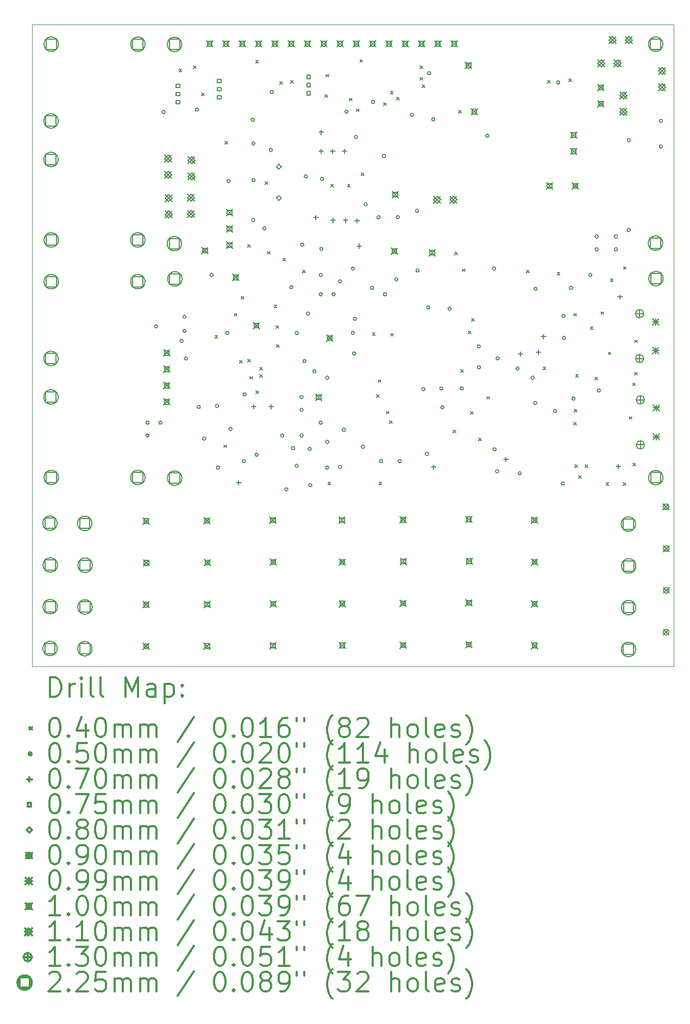
<source format=gbr>
%FSLAX45Y45*%
G04 Gerber Fmt 4.5, Leading zero omitted, Abs format (unit mm)*
G04 Created by KiCad (PCBNEW 5.1.8-5.1.8) date 2022-02-25 22:11:30*
%MOMM*%
%LPD*%
G01*
G04 APERTURE LIST*
%TA.AperFunction,Profile*%
%ADD10C,0.050000*%
%TD*%
%ADD11C,0.200000*%
%ADD12C,0.300000*%
G04 APERTURE END LIST*
D10*
X8100000Y-15000000D02*
X8100000Y-5000000D01*
X18100000Y-15000000D02*
X8100000Y-15000000D01*
X18100000Y-5000000D02*
X18100000Y-15000000D01*
X8100000Y-5000000D02*
X18100000Y-5000000D01*
D11*
X10393000Y-5693000D02*
X10433000Y-5733000D01*
X10433000Y-5693000D02*
X10393000Y-5733000D01*
X10616000Y-5641000D02*
X10656000Y-5681000D01*
X10656000Y-5641000D02*
X10616000Y-5681000D01*
X10742000Y-6063000D02*
X10782000Y-6103000D01*
X10782000Y-6063000D02*
X10742000Y-6103000D01*
X10950200Y-9842400D02*
X10990200Y-9882400D01*
X10990200Y-9842400D02*
X10950200Y-9882400D01*
X11087900Y-11548100D02*
X11127900Y-11588100D01*
X11127900Y-11548100D02*
X11087900Y-11588100D01*
X11106000Y-6819000D02*
X11146000Y-6859000D01*
X11146000Y-6819000D02*
X11106000Y-6859000D01*
X11250700Y-9499400D02*
X11290700Y-9539400D01*
X11290700Y-9499400D02*
X11250700Y-9539400D01*
X11338900Y-10230400D02*
X11378900Y-10270400D01*
X11378900Y-10230400D02*
X11338900Y-10270400D01*
X11362100Y-9229900D02*
X11402100Y-9269900D01*
X11402100Y-9229900D02*
X11362100Y-9269900D01*
X11461000Y-8430000D02*
X11501000Y-8470000D01*
X11501000Y-8430000D02*
X11461000Y-8470000D01*
X11464800Y-10216600D02*
X11504800Y-10256600D01*
X11504800Y-10216600D02*
X11464800Y-10256600D01*
X11498700Y-10481500D02*
X11538700Y-10521500D01*
X11538700Y-10481500D02*
X11498700Y-10521500D01*
X11586000Y-5555000D02*
X11626000Y-5595000D01*
X11626000Y-5555000D02*
X11586000Y-5595000D01*
X11588700Y-10703300D02*
X11628700Y-10743300D01*
X11628700Y-10703300D02*
X11588700Y-10743300D01*
X11647800Y-10342900D02*
X11687800Y-10382900D01*
X11687800Y-10342900D02*
X11647800Y-10382900D01*
X11650300Y-10452700D02*
X11690300Y-10492700D01*
X11690300Y-10452700D02*
X11650300Y-10492700D01*
X11735000Y-7446000D02*
X11775000Y-7486000D01*
X11775000Y-7446000D02*
X11735000Y-7486000D01*
X11770000Y-8532000D02*
X11810000Y-8572000D01*
X11810000Y-8532000D02*
X11770000Y-8572000D01*
X11874100Y-9364700D02*
X11914100Y-9404700D01*
X11914100Y-9364700D02*
X11874100Y-9404700D01*
X11900500Y-9687000D02*
X11940500Y-9727000D01*
X11940500Y-9687000D02*
X11900500Y-9727000D01*
X11911000Y-9985500D02*
X11951000Y-10025500D01*
X11951000Y-9985500D02*
X11911000Y-10025500D01*
X11960000Y-5886000D02*
X12000000Y-5926000D01*
X12000000Y-5886000D02*
X11960000Y-5926000D01*
X12010000Y-8637000D02*
X12050000Y-8677000D01*
X12050000Y-8637000D02*
X12010000Y-8677000D01*
X12133000Y-5872000D02*
X12173000Y-5912000D01*
X12173000Y-5872000D02*
X12133000Y-5912000D01*
X12320000Y-8828000D02*
X12360000Y-8868000D01*
X12360000Y-8828000D02*
X12320000Y-8868000D01*
X12663000Y-6090000D02*
X12703000Y-6130000D01*
X12703000Y-6090000D02*
X12663000Y-6130000D01*
X12684000Y-5772000D02*
X12724000Y-5812000D01*
X12724000Y-5772000D02*
X12684000Y-5812000D01*
X12713000Y-12126000D02*
X12753000Y-12166000D01*
X12753000Y-12126000D02*
X12713000Y-12166000D01*
X12760000Y-7488000D02*
X12800000Y-7528000D01*
X12800000Y-7488000D02*
X12760000Y-7528000D01*
X13018000Y-7490000D02*
X13058000Y-7530000D01*
X13058000Y-7490000D02*
X13018000Y-7530000D01*
X13046000Y-6145000D02*
X13086000Y-6185000D01*
X13086000Y-6145000D02*
X13046000Y-6185000D01*
X13155000Y-6315000D02*
X13195000Y-6355000D01*
X13195000Y-6315000D02*
X13155000Y-6355000D01*
X13212200Y-5545100D02*
X13252200Y-5585100D01*
X13252200Y-5545100D02*
X13212200Y-5585100D01*
X13233000Y-7307000D02*
X13273000Y-7347000D01*
X13273000Y-7307000D02*
X13233000Y-7347000D01*
X13407000Y-9800000D02*
X13447000Y-9840000D01*
X13447000Y-9800000D02*
X13407000Y-9840000D01*
X13468000Y-10765000D02*
X13508000Y-10805000D01*
X13508000Y-10765000D02*
X13468000Y-10805000D01*
X13496000Y-10531000D02*
X13536000Y-10571000D01*
X13536000Y-10531000D02*
X13496000Y-10571000D01*
X13507000Y-12125000D02*
X13547000Y-12165000D01*
X13547000Y-12125000D02*
X13507000Y-12165000D01*
X13580000Y-6215000D02*
X13620000Y-6255000D01*
X13620000Y-6215000D02*
X13580000Y-6255000D01*
X13619900Y-11022000D02*
X13659900Y-11062000D01*
X13659900Y-11022000D02*
X13619900Y-11062000D01*
X13670300Y-11169000D02*
X13710300Y-11209000D01*
X13710300Y-11169000D02*
X13670300Y-11209000D01*
X13686000Y-6042000D02*
X13726000Y-6082000D01*
X13726000Y-6042000D02*
X13686000Y-6082000D01*
X13690000Y-9812000D02*
X13730000Y-9852000D01*
X13730000Y-9812000D02*
X13690000Y-9852000D01*
X13781000Y-6134000D02*
X13821000Y-6174000D01*
X13821000Y-6134000D02*
X13781000Y-6174000D01*
X14147200Y-5639300D02*
X14187200Y-5679300D01*
X14187200Y-5639300D02*
X14147200Y-5679300D01*
X14147200Y-5823700D02*
X14187200Y-5863700D01*
X14187200Y-5823700D02*
X14147200Y-5863700D01*
X14181300Y-5940700D02*
X14221300Y-5980700D01*
X14221300Y-5940700D02*
X14181300Y-5980700D01*
X14666000Y-11317000D02*
X14706000Y-11357000D01*
X14706000Y-11317000D02*
X14666000Y-11357000D01*
X14689000Y-8547000D02*
X14729000Y-8587000D01*
X14729000Y-8547000D02*
X14689000Y-8587000D01*
X14746000Y-6335000D02*
X14786000Y-6375000D01*
X14786000Y-6335000D02*
X14746000Y-6375000D01*
X14780000Y-10376000D02*
X14820000Y-10416000D01*
X14820000Y-10376000D02*
X14780000Y-10416000D01*
X14808000Y-8804000D02*
X14848000Y-8844000D01*
X14848000Y-8804000D02*
X14808000Y-8844000D01*
X14898300Y-9773200D02*
X14938300Y-9813200D01*
X14938300Y-9773200D02*
X14898300Y-9813200D01*
X14936000Y-11024000D02*
X14976000Y-11064000D01*
X14976000Y-11024000D02*
X14936000Y-11064000D01*
X14952400Y-9580000D02*
X14992400Y-9620000D01*
X14992400Y-9580000D02*
X14952400Y-9620000D01*
X15059000Y-11440000D02*
X15099000Y-11480000D01*
X15099000Y-11440000D02*
X15059000Y-11480000D01*
X15189000Y-10794000D02*
X15229000Y-10834000D01*
X15229000Y-10794000D02*
X15189000Y-10834000D01*
X15809000Y-8828000D02*
X15849000Y-8868000D01*
X15849000Y-8828000D02*
X15809000Y-8868000D01*
X16065000Y-10331000D02*
X16105000Y-10371000D01*
X16105000Y-10331000D02*
X16065000Y-10371000D01*
X16136000Y-5870000D02*
X16176000Y-5910000D01*
X16176000Y-5870000D02*
X16136000Y-5910000D01*
X16285000Y-8860000D02*
X16325000Y-8900000D01*
X16325000Y-8860000D02*
X16285000Y-8900000D01*
X16470000Y-5846000D02*
X16510000Y-5886000D01*
X16510000Y-5846000D02*
X16470000Y-5886000D01*
X16543000Y-11194000D02*
X16583000Y-11234000D01*
X16583000Y-11194000D02*
X16543000Y-11234000D01*
X16546000Y-9498000D02*
X16586000Y-9538000D01*
X16586000Y-9498000D02*
X16546000Y-9538000D01*
X16549000Y-10995000D02*
X16589000Y-11035000D01*
X16589000Y-10995000D02*
X16549000Y-11035000D01*
X16561000Y-11857000D02*
X16601000Y-11897000D01*
X16601000Y-11857000D02*
X16561000Y-11897000D01*
X16574000Y-10450000D02*
X16614000Y-10490000D01*
X16614000Y-10450000D02*
X16574000Y-10490000D01*
X16619000Y-12028000D02*
X16659000Y-12068000D01*
X16659000Y-12028000D02*
X16619000Y-12068000D01*
X16719000Y-11854000D02*
X16759000Y-11894000D01*
X16759000Y-11854000D02*
X16719000Y-11894000D01*
X16801000Y-9708000D02*
X16841000Y-9748000D01*
X16841000Y-9708000D02*
X16801000Y-9748000D01*
X16873000Y-10495000D02*
X16913000Y-10535000D01*
X16913000Y-10495000D02*
X16873000Y-10535000D01*
X16966000Y-9472000D02*
X17006000Y-9512000D01*
X17006000Y-9472000D02*
X16966000Y-9512000D01*
X17046000Y-12136000D02*
X17086000Y-12176000D01*
X17086000Y-12136000D02*
X17046000Y-12176000D01*
X17082000Y-10100000D02*
X17122000Y-10140000D01*
X17122000Y-10100000D02*
X17082000Y-10140000D01*
X17115000Y-8959000D02*
X17155000Y-8999000D01*
X17155000Y-8959000D02*
X17115000Y-8999000D01*
X17311000Y-12136000D02*
X17351000Y-12176000D01*
X17351000Y-12136000D02*
X17311000Y-12176000D01*
X17317000Y-8770000D02*
X17357000Y-8810000D01*
X17357000Y-8770000D02*
X17317000Y-8810000D01*
X17405000Y-11107000D02*
X17445000Y-11147000D01*
X17445000Y-11107000D02*
X17405000Y-11147000D01*
X17463000Y-10582000D02*
X17503000Y-10622000D01*
X17503000Y-10582000D02*
X17463000Y-10622000D01*
X17466000Y-11830000D02*
X17506000Y-11870000D01*
X17506000Y-11830000D02*
X17466000Y-11870000D01*
X17493000Y-9913000D02*
X17533000Y-9953000D01*
X17533000Y-9913000D02*
X17493000Y-9953000D01*
X17493000Y-10418000D02*
X17533000Y-10458000D01*
X17533000Y-10418000D02*
X17493000Y-10458000D01*
X9925000Y-11200000D02*
G75*
G03*
X9925000Y-11200000I-25000J0D01*
G01*
X9925000Y-11400000D02*
G75*
G03*
X9925000Y-11400000I-25000J0D01*
G01*
X10059000Y-9699900D02*
G75*
G03*
X10059000Y-9699900I-25000J0D01*
G01*
X10125000Y-11200000D02*
G75*
G03*
X10125000Y-11200000I-25000J0D01*
G01*
X10174800Y-6361400D02*
G75*
G03*
X10174800Y-6361400I-25000J0D01*
G01*
X10454900Y-9927800D02*
G75*
G03*
X10454900Y-9927800I-25000J0D01*
G01*
X10499700Y-9770600D02*
G75*
G03*
X10499700Y-9770600I-25000J0D01*
G01*
X10500500Y-9551300D02*
G75*
G03*
X10500500Y-9551300I-25000J0D01*
G01*
X10525000Y-10200000D02*
G75*
G03*
X10525000Y-10200000I-25000J0D01*
G01*
X10692500Y-6322400D02*
G75*
G03*
X10692500Y-6322400I-25000J0D01*
G01*
X10724000Y-10954200D02*
G75*
G03*
X10724000Y-10954200I-25000J0D01*
G01*
X10808100Y-11448700D02*
G75*
G03*
X10808100Y-11448700I-25000J0D01*
G01*
X10925000Y-8900000D02*
G75*
G03*
X10925000Y-8900000I-25000J0D01*
G01*
X11007200Y-10940000D02*
G75*
G03*
X11007200Y-10940000I-25000J0D01*
G01*
X11025000Y-11900000D02*
G75*
G03*
X11025000Y-11900000I-25000J0D01*
G01*
X11167800Y-9802700D02*
G75*
G03*
X11167800Y-9802700I-25000J0D01*
G01*
X11188100Y-7435900D02*
G75*
G03*
X11188100Y-7435900I-25000J0D01*
G01*
X11218800Y-11298500D02*
G75*
G03*
X11218800Y-11298500I-25000J0D01*
G01*
X11425000Y-11800000D02*
G75*
G03*
X11425000Y-11800000I-25000J0D01*
G01*
X11437700Y-10760000D02*
G75*
G03*
X11437700Y-10760000I-25000J0D01*
G01*
X11563700Y-6482600D02*
G75*
G03*
X11563700Y-6482600I-25000J0D01*
G01*
X11572200Y-8045700D02*
G75*
G03*
X11572200Y-8045700I-25000J0D01*
G01*
X11574700Y-6852100D02*
G75*
G03*
X11574700Y-6852100I-25000J0D01*
G01*
X11576000Y-7423000D02*
G75*
G03*
X11576000Y-7423000I-25000J0D01*
G01*
X11625000Y-11700000D02*
G75*
G03*
X11625000Y-11700000I-25000J0D01*
G01*
X11746200Y-8173000D02*
G75*
G03*
X11746200Y-8173000I-25000J0D01*
G01*
X11845000Y-6952600D02*
G75*
G03*
X11845000Y-6952600I-25000J0D01*
G01*
X11861600Y-6051300D02*
G75*
G03*
X11861600Y-6051300I-25000J0D01*
G01*
X12025000Y-11400000D02*
G75*
G03*
X12025000Y-11400000I-25000J0D01*
G01*
X12088300Y-12239400D02*
G75*
G03*
X12088300Y-12239400I-25000J0D01*
G01*
X12166900Y-9088700D02*
G75*
G03*
X12166900Y-9088700I-25000J0D01*
G01*
X12191300Y-11596700D02*
G75*
G03*
X12191300Y-11596700I-25000J0D01*
G01*
X12249500Y-11871800D02*
G75*
G03*
X12249500Y-11871800I-25000J0D01*
G01*
X12252200Y-9803000D02*
G75*
G03*
X12252200Y-9803000I-25000J0D01*
G01*
X12325000Y-10800000D02*
G75*
G03*
X12325000Y-10800000I-25000J0D01*
G01*
X12325000Y-11000000D02*
G75*
G03*
X12325000Y-11000000I-25000J0D01*
G01*
X12325000Y-11400000D02*
G75*
G03*
X12325000Y-11400000I-25000J0D01*
G01*
X12334500Y-8428400D02*
G75*
G03*
X12334500Y-8428400I-25000J0D01*
G01*
X12371400Y-10240700D02*
G75*
G03*
X12371400Y-10240700I-25000J0D01*
G01*
X12391600Y-7364300D02*
G75*
G03*
X12391600Y-7364300I-25000J0D01*
G01*
X12425000Y-9500000D02*
G75*
G03*
X12425000Y-9500000I-25000J0D01*
G01*
X12450900Y-11608800D02*
G75*
G03*
X12450900Y-11608800I-25000J0D01*
G01*
X12461600Y-12174000D02*
G75*
G03*
X12461600Y-12174000I-25000J0D01*
G01*
X12525000Y-10400000D02*
G75*
G03*
X12525000Y-10400000I-25000J0D01*
G01*
X12625000Y-8900000D02*
G75*
G03*
X12625000Y-8900000I-25000J0D01*
G01*
X12625000Y-9200000D02*
G75*
G03*
X12625000Y-9200000I-25000J0D01*
G01*
X12625000Y-11200000D02*
G75*
G03*
X12625000Y-11200000I-25000J0D01*
G01*
X12632925Y-8492675D02*
G75*
G03*
X12632925Y-8492675I-25000J0D01*
G01*
X12645400Y-7404000D02*
G75*
G03*
X12645400Y-7404000I-25000J0D01*
G01*
X12725000Y-10500000D02*
G75*
G03*
X12725000Y-10500000I-25000J0D01*
G01*
X12725000Y-11500000D02*
G75*
G03*
X12725000Y-11500000I-25000J0D01*
G01*
X12725000Y-11900000D02*
G75*
G03*
X12725000Y-11900000I-25000J0D01*
G01*
X12825000Y-9200000D02*
G75*
G03*
X12825000Y-9200000I-25000J0D01*
G01*
X12925000Y-9000000D02*
G75*
G03*
X12925000Y-9000000I-25000J0D01*
G01*
X12928000Y-11890000D02*
G75*
G03*
X12928000Y-11890000I-25000J0D01*
G01*
X12986000Y-11310900D02*
G75*
G03*
X12986000Y-11310900I-25000J0D01*
G01*
X13025600Y-6355200D02*
G75*
G03*
X13025600Y-6355200I-25000J0D01*
G01*
X13125000Y-8800000D02*
G75*
G03*
X13125000Y-8800000I-25000J0D01*
G01*
X13125000Y-9800000D02*
G75*
G03*
X13125000Y-9800000I-25000J0D01*
G01*
X13143400Y-10122800D02*
G75*
G03*
X13143400Y-10122800I-25000J0D01*
G01*
X13155600Y-9581500D02*
G75*
G03*
X13155600Y-9581500I-25000J0D01*
G01*
X13172700Y-6749500D02*
G75*
G03*
X13172700Y-6749500I-25000J0D01*
G01*
X13283000Y-11574700D02*
G75*
G03*
X13283000Y-11574700I-25000J0D01*
G01*
X13325000Y-7800000D02*
G75*
G03*
X13325000Y-7800000I-25000J0D01*
G01*
X13425000Y-9100000D02*
G75*
G03*
X13425000Y-9100000I-25000J0D01*
G01*
X13439300Y-6203700D02*
G75*
G03*
X13439300Y-6203700I-25000J0D01*
G01*
X13525000Y-8000000D02*
G75*
G03*
X13525000Y-8000000I-25000J0D01*
G01*
X13564700Y-11800200D02*
G75*
G03*
X13564700Y-11800200I-25000J0D01*
G01*
X13610400Y-7045100D02*
G75*
G03*
X13610400Y-7045100I-25000J0D01*
G01*
X13625000Y-9200000D02*
G75*
G03*
X13625000Y-9200000I-25000J0D01*
G01*
X13802400Y-8967900D02*
G75*
G03*
X13802400Y-8967900I-25000J0D01*
G01*
X13825000Y-8000000D02*
G75*
G03*
X13825000Y-8000000I-25000J0D01*
G01*
X13856650Y-11801650D02*
G75*
G03*
X13856650Y-11801650I-25000J0D01*
G01*
X14043600Y-6404600D02*
G75*
G03*
X14043600Y-6404600I-25000J0D01*
G01*
X14125000Y-7900000D02*
G75*
G03*
X14125000Y-7900000I-25000J0D01*
G01*
X14134300Y-8830700D02*
G75*
G03*
X14134300Y-8830700I-25000J0D01*
G01*
X14224300Y-10677300D02*
G75*
G03*
X14224300Y-10677300I-25000J0D01*
G01*
X14279500Y-11685900D02*
G75*
G03*
X14279500Y-11685900I-25000J0D01*
G01*
X14301200Y-9404800D02*
G75*
G03*
X14301200Y-9404800I-25000J0D01*
G01*
X14313300Y-5757000D02*
G75*
G03*
X14313300Y-5757000I-25000J0D01*
G01*
X14378600Y-6472800D02*
G75*
G03*
X14378600Y-6472800I-25000J0D01*
G01*
X14504000Y-10668200D02*
G75*
G03*
X14504000Y-10668200I-25000J0D01*
G01*
X14520600Y-10960200D02*
G75*
G03*
X14520600Y-10960200I-25000J0D01*
G01*
X14631200Y-9426000D02*
G75*
G03*
X14631200Y-9426000I-25000J0D01*
G01*
X14823000Y-10667000D02*
G75*
G03*
X14823000Y-10667000I-25000J0D01*
G01*
X15086900Y-10012400D02*
G75*
G03*
X15086900Y-10012400I-25000J0D01*
G01*
X15090100Y-10336200D02*
G75*
G03*
X15090100Y-10336200I-25000J0D01*
G01*
X15220100Y-6730300D02*
G75*
G03*
X15220100Y-6730300I-25000J0D01*
G01*
X15325000Y-8800000D02*
G75*
G03*
X15325000Y-8800000I-25000J0D01*
G01*
X15333200Y-11616400D02*
G75*
G03*
X15333200Y-11616400I-25000J0D01*
G01*
X15374700Y-11956100D02*
G75*
G03*
X15374700Y-11956100I-25000J0D01*
G01*
X15380900Y-10197300D02*
G75*
G03*
X15380900Y-10197300I-25000J0D01*
G01*
X15690000Y-10356400D02*
G75*
G03*
X15690000Y-10356400I-25000J0D01*
G01*
X15725200Y-11989500D02*
G75*
G03*
X15725200Y-11989500I-25000J0D01*
G01*
X15925000Y-10500000D02*
G75*
G03*
X15925000Y-10500000I-25000J0D01*
G01*
X15966500Y-10892500D02*
G75*
G03*
X15966500Y-10892500I-25000J0D01*
G01*
X15971200Y-9115600D02*
G75*
G03*
X15971200Y-9115600I-25000J0D01*
G01*
X16277100Y-11019900D02*
G75*
G03*
X16277100Y-11019900I-25000J0D01*
G01*
X16325000Y-5900000D02*
G75*
G03*
X16325000Y-5900000I-25000J0D01*
G01*
X16396700Y-12148600D02*
G75*
G03*
X16396700Y-12148600I-25000J0D01*
G01*
X16408500Y-9536200D02*
G75*
G03*
X16408500Y-9536200I-25000J0D01*
G01*
X16413700Y-9879000D02*
G75*
G03*
X16413700Y-9879000I-25000J0D01*
G01*
X16525000Y-9100000D02*
G75*
G03*
X16525000Y-9100000I-25000J0D01*
G01*
X16562400Y-10824700D02*
G75*
G03*
X16562400Y-10824700I-25000J0D01*
G01*
X16825000Y-8900000D02*
G75*
G03*
X16825000Y-8900000I-25000J0D01*
G01*
X16925000Y-8300000D02*
G75*
G03*
X16925000Y-8300000I-25000J0D01*
G01*
X16925000Y-8500000D02*
G75*
G03*
X16925000Y-8500000I-25000J0D01*
G01*
X16957400Y-10699900D02*
G75*
G03*
X16957400Y-10699900I-25000J0D01*
G01*
X17225000Y-8300000D02*
G75*
G03*
X17225000Y-8300000I-25000J0D01*
G01*
X17225000Y-8500000D02*
G75*
G03*
X17225000Y-8500000I-25000J0D01*
G01*
X17425000Y-6800000D02*
G75*
G03*
X17425000Y-6800000I-25000J0D01*
G01*
X17425000Y-8200000D02*
G75*
G03*
X17425000Y-8200000I-25000J0D01*
G01*
X17925000Y-6500000D02*
G75*
G03*
X17925000Y-6500000I-25000J0D01*
G01*
X17925000Y-6900000D02*
G75*
G03*
X17925000Y-6900000I-25000J0D01*
G01*
X16072100Y-9824900D02*
X16072100Y-9894900D01*
X16037100Y-9859900D02*
X16107100Y-9859900D01*
X15487500Y-11735300D02*
X15487500Y-11805300D01*
X15452500Y-11770300D02*
X15522500Y-11770300D01*
X15713000Y-10090200D02*
X15713000Y-10160200D01*
X15678000Y-10125200D02*
X15748000Y-10125200D01*
X17234500Y-11844500D02*
X17234500Y-11914500D01*
X17199500Y-11879500D02*
X17269500Y-11879500D01*
X11557600Y-10912300D02*
X11557600Y-10982300D01*
X11522600Y-10947300D02*
X11592600Y-10947300D01*
X17264900Y-9202100D02*
X17264900Y-9272100D01*
X17229900Y-9237100D02*
X17299900Y-9237100D01*
X12524600Y-7968100D02*
X12524600Y-8038100D01*
X12489600Y-8003100D02*
X12559600Y-8003100D01*
X12605800Y-6641800D02*
X12605800Y-6711800D01*
X12570800Y-6676800D02*
X12640800Y-6676800D01*
X12969900Y-6936600D02*
X12969900Y-7006600D01*
X12934900Y-6971600D02*
X13004900Y-6971600D01*
X12794100Y-8014300D02*
X12794100Y-8084300D01*
X12759100Y-8049300D02*
X12829100Y-8049300D01*
X11828700Y-10913900D02*
X11828700Y-10983900D01*
X11793700Y-10948900D02*
X11863700Y-10948900D01*
X11321400Y-12099700D02*
X11321400Y-12169700D01*
X11286400Y-12134700D02*
X11356400Y-12134700D01*
X13167400Y-8016300D02*
X13167400Y-8086300D01*
X13132400Y-8051300D02*
X13202400Y-8051300D01*
X12786400Y-6935000D02*
X12786400Y-7005000D01*
X12751400Y-6970000D02*
X12821400Y-6970000D01*
X15991000Y-10068700D02*
X15991000Y-10138700D01*
X15956000Y-10103700D02*
X16026000Y-10103700D01*
X12983900Y-8014300D02*
X12983900Y-8084300D01*
X12948900Y-8049300D02*
X13018900Y-8049300D01*
X13198300Y-8412300D02*
X13198300Y-8482300D01*
X13163300Y-8447300D02*
X13233300Y-8447300D01*
X12607200Y-6932700D02*
X12607200Y-7002700D01*
X12572200Y-6967700D02*
X12642200Y-6967700D01*
X14355000Y-11855900D02*
X14355000Y-11925900D01*
X14320000Y-11890900D02*
X14390000Y-11890900D01*
X12434917Y-5841617D02*
X12434917Y-5788583D01*
X12381883Y-5788583D01*
X12381883Y-5841617D01*
X12434917Y-5841617D01*
X12434917Y-5968617D02*
X12434917Y-5915583D01*
X12381883Y-5915583D01*
X12381883Y-5968617D01*
X12434917Y-5968617D01*
X12434917Y-6095617D02*
X12434917Y-6042583D01*
X12381883Y-6042583D01*
X12381883Y-6095617D01*
X12434917Y-6095617D01*
X11043617Y-5903117D02*
X11043617Y-5850083D01*
X10990583Y-5850083D01*
X10990583Y-5903117D01*
X11043617Y-5903117D01*
X11043617Y-6030117D02*
X11043617Y-5977083D01*
X10990583Y-5977083D01*
X10990583Y-6030117D01*
X11043617Y-6030117D01*
X11043617Y-6157117D02*
X11043617Y-6104083D01*
X10990583Y-6104083D01*
X10990583Y-6157117D01*
X11043617Y-6157117D01*
X10400417Y-5981617D02*
X10400417Y-5928583D01*
X10347383Y-5928583D01*
X10347383Y-5981617D01*
X10400417Y-5981617D01*
X10400417Y-6108617D02*
X10400417Y-6055583D01*
X10347383Y-6055583D01*
X10347383Y-6108617D01*
X10400417Y-6108617D01*
X10400417Y-6235617D02*
X10400417Y-6182583D01*
X10347383Y-6182583D01*
X10347383Y-6235617D01*
X10400417Y-6235617D01*
X11947800Y-7252900D02*
X11987800Y-7212900D01*
X11947800Y-7172900D01*
X11907800Y-7212900D01*
X11947800Y-7252900D01*
X11947800Y-7740900D02*
X11987800Y-7700900D01*
X11947800Y-7660900D01*
X11907800Y-7700900D01*
X11947800Y-7740900D01*
X17934800Y-12465400D02*
X18024800Y-12555400D01*
X18024800Y-12465400D02*
X17934800Y-12555400D01*
X18024800Y-12510400D02*
G75*
G03*
X18024800Y-12510400I-45000J0D01*
G01*
X17938100Y-13767000D02*
X18028100Y-13857000D01*
X18028100Y-13767000D02*
X17938100Y-13857000D01*
X18028100Y-13812000D02*
G75*
G03*
X18028100Y-13812000I-45000J0D01*
G01*
X17936200Y-14417600D02*
X18026200Y-14507600D01*
X18026200Y-14417600D02*
X17936200Y-14507600D01*
X18026200Y-14462600D02*
G75*
G03*
X18026200Y-14462600I-45000J0D01*
G01*
X17940100Y-13116700D02*
X18030100Y-13206700D01*
X18030100Y-13116700D02*
X17940100Y-13206700D01*
X18030100Y-13161700D02*
G75*
G03*
X18030100Y-13161700I-45000J0D01*
G01*
X17779400Y-10920000D02*
X17878400Y-11019000D01*
X17878400Y-10920000D02*
X17779400Y-11019000D01*
X17828900Y-10920000D02*
X17828900Y-11019000D01*
X17779400Y-10969500D02*
X17878400Y-10969500D01*
X17779400Y-11370000D02*
X17878400Y-11469000D01*
X17878400Y-11370000D02*
X17779400Y-11469000D01*
X17828900Y-11370000D02*
X17828900Y-11469000D01*
X17779400Y-11419500D02*
X17878400Y-11419500D01*
X17768600Y-9576700D02*
X17867600Y-9675700D01*
X17867600Y-9576700D02*
X17768600Y-9675700D01*
X17818100Y-9576700D02*
X17818100Y-9675700D01*
X17768600Y-9626200D02*
X17867600Y-9626200D01*
X17768600Y-10026700D02*
X17867600Y-10125700D01*
X17867600Y-10026700D02*
X17768600Y-10125700D01*
X17818100Y-10026700D02*
X17818100Y-10125700D01*
X17768600Y-10076200D02*
X17867600Y-10076200D01*
X11547500Y-9639900D02*
X11647500Y-9739900D01*
X11647500Y-9639900D02*
X11547500Y-9739900D01*
X11632856Y-9725256D02*
X11632856Y-9654544D01*
X11562144Y-9654544D01*
X11562144Y-9725256D01*
X11632856Y-9725256D01*
X14286800Y-8505600D02*
X14386800Y-8605600D01*
X14386800Y-8505600D02*
X14286800Y-8605600D01*
X14372156Y-8590956D02*
X14372156Y-8520244D01*
X14301444Y-8520244D01*
X14301444Y-8590956D01*
X14372156Y-8590956D01*
X14941500Y-6306100D02*
X15041500Y-6406100D01*
X15041500Y-6306100D02*
X14941500Y-6406100D01*
X15026856Y-6391456D02*
X15026856Y-6320744D01*
X14956144Y-6320744D01*
X14956144Y-6391456D01*
X15026856Y-6391456D01*
X12882800Y-14619800D02*
X12982800Y-14719800D01*
X12982800Y-14619800D02*
X12882800Y-14719800D01*
X12968156Y-14705156D02*
X12968156Y-14634444D01*
X12897444Y-14634444D01*
X12897444Y-14705156D01*
X12968156Y-14705156D01*
X14852900Y-5585400D02*
X14952900Y-5685400D01*
X14952900Y-5585400D02*
X14852900Y-5685400D01*
X14938256Y-5670756D02*
X14938256Y-5600044D01*
X14867544Y-5600044D01*
X14867544Y-5670756D01*
X14938256Y-5670756D01*
X14859300Y-14608300D02*
X14959300Y-14708300D01*
X14959300Y-14608300D02*
X14859300Y-14708300D01*
X14944656Y-14693656D02*
X14944656Y-14622944D01*
X14873944Y-14622944D01*
X14873944Y-14693656D01*
X14944656Y-14693656D01*
X12886700Y-13318900D02*
X12986700Y-13418900D01*
X12986700Y-13318900D02*
X12886700Y-13418900D01*
X12972056Y-13404256D02*
X12972056Y-13333544D01*
X12901344Y-13333544D01*
X12901344Y-13404256D01*
X12972056Y-13404256D01*
X13710900Y-7599700D02*
X13810900Y-7699700D01*
X13810900Y-7599700D02*
X13710900Y-7699700D01*
X13796256Y-7685056D02*
X13796256Y-7614344D01*
X13725544Y-7614344D01*
X13725544Y-7685056D01*
X13796256Y-7685056D01*
X11227200Y-8887500D02*
X11327200Y-8987500D01*
X11327200Y-8887500D02*
X11227200Y-8987500D01*
X11312556Y-8972856D02*
X11312556Y-8902144D01*
X11241844Y-8902144D01*
X11241844Y-8972856D01*
X11312556Y-8972856D01*
X9829300Y-14634500D02*
X9929300Y-14734500D01*
X9929300Y-14634500D02*
X9829300Y-14734500D01*
X9914656Y-14719856D02*
X9914656Y-14649144D01*
X9843944Y-14649144D01*
X9843944Y-14719856D01*
X9914656Y-14719856D01*
X14863200Y-13307400D02*
X14963200Y-13407400D01*
X14963200Y-13307400D02*
X14863200Y-13407400D01*
X14948556Y-13392756D02*
X14948556Y-13322044D01*
X14877844Y-13322044D01*
X14877844Y-13392756D01*
X14948556Y-13392756D01*
X11128600Y-7877800D02*
X11228600Y-7977800D01*
X11228600Y-7877800D02*
X11128600Y-7977800D01*
X11213956Y-7963156D02*
X11213956Y-7892444D01*
X11143244Y-7892444D01*
X11143244Y-7963156D01*
X11213956Y-7963156D01*
X11128600Y-8131800D02*
X11228600Y-8231800D01*
X11228600Y-8131800D02*
X11128600Y-8231800D01*
X11213956Y-8217156D02*
X11213956Y-8146444D01*
X11143244Y-8146444D01*
X11143244Y-8217156D01*
X11213956Y-8217156D01*
X11128600Y-8385800D02*
X11228600Y-8485800D01*
X11228600Y-8385800D02*
X11128600Y-8485800D01*
X11213956Y-8471156D02*
X11213956Y-8400444D01*
X11143244Y-8400444D01*
X11143244Y-8471156D01*
X11213956Y-8471156D01*
X15879400Y-12669400D02*
X15979400Y-12769400D01*
X15979400Y-12669400D02*
X15879400Y-12769400D01*
X15964756Y-12754756D02*
X15964756Y-12684044D01*
X15894044Y-12684044D01*
X15894044Y-12754756D01*
X15964756Y-12754756D01*
X15884700Y-13320700D02*
X15984700Y-13420700D01*
X15984700Y-13320700D02*
X15884700Y-13420700D01*
X15970056Y-13406056D02*
X15970056Y-13335344D01*
X15899344Y-13335344D01*
X15899344Y-13406056D01*
X15970056Y-13406056D01*
X12693300Y-9829700D02*
X12793300Y-9929700D01*
X12793300Y-9829700D02*
X12693300Y-9929700D01*
X12778656Y-9915056D02*
X12778656Y-9844344D01*
X12707944Y-9844344D01*
X12707944Y-9915056D01*
X12778656Y-9915056D01*
X11805800Y-14623000D02*
X11905800Y-14723000D01*
X11905800Y-14623000D02*
X11805800Y-14723000D01*
X11891156Y-14708356D02*
X11891156Y-14637644D01*
X11820444Y-14637644D01*
X11820444Y-14708356D01*
X11891156Y-14708356D01*
X9827900Y-12682300D02*
X9927900Y-12782300D01*
X9927900Y-12682300D02*
X9827900Y-12782300D01*
X9913256Y-12767656D02*
X9913256Y-12696944D01*
X9842544Y-12696944D01*
X9842544Y-12767656D01*
X9913256Y-12767656D01*
X10746400Y-8467900D02*
X10846400Y-8567900D01*
X10846400Y-8467900D02*
X10746400Y-8567900D01*
X10831756Y-8553256D02*
X10831756Y-8482544D01*
X10761044Y-8482544D01*
X10761044Y-8553256D01*
X10831756Y-8553256D01*
X16915200Y-5931600D02*
X17015200Y-6031600D01*
X17015200Y-5931600D02*
X16915200Y-6031600D01*
X17000556Y-6016956D02*
X17000556Y-5946244D01*
X16929844Y-5946244D01*
X16929844Y-6016956D01*
X17000556Y-6016956D01*
X16915200Y-6185600D02*
X17015200Y-6285600D01*
X17015200Y-6185600D02*
X16915200Y-6285600D01*
X17000556Y-6270956D02*
X17000556Y-6200244D01*
X16929844Y-6200244D01*
X16929844Y-6270956D01*
X17000556Y-6270956D01*
X10820100Y-5247500D02*
X10920100Y-5347500D01*
X10920100Y-5247500D02*
X10820100Y-5347500D01*
X10905456Y-5332856D02*
X10905456Y-5262144D01*
X10834744Y-5262144D01*
X10834744Y-5332856D01*
X10905456Y-5332856D01*
X11074100Y-5247500D02*
X11174100Y-5347500D01*
X11174100Y-5247500D02*
X11074100Y-5347500D01*
X11159456Y-5332856D02*
X11159456Y-5262144D01*
X11088744Y-5262144D01*
X11088744Y-5332856D01*
X11159456Y-5332856D01*
X11328100Y-5247500D02*
X11428100Y-5347500D01*
X11428100Y-5247500D02*
X11328100Y-5347500D01*
X11413456Y-5332856D02*
X11413456Y-5262144D01*
X11342744Y-5262144D01*
X11342744Y-5332856D01*
X11413456Y-5332856D01*
X11582100Y-5247500D02*
X11682100Y-5347500D01*
X11682100Y-5247500D02*
X11582100Y-5347500D01*
X11667456Y-5332856D02*
X11667456Y-5262144D01*
X11596744Y-5262144D01*
X11596744Y-5332856D01*
X11667456Y-5332856D01*
X11836100Y-5247500D02*
X11936100Y-5347500D01*
X11936100Y-5247500D02*
X11836100Y-5347500D01*
X11921456Y-5332856D02*
X11921456Y-5262144D01*
X11850744Y-5262144D01*
X11850744Y-5332856D01*
X11921456Y-5332856D01*
X12090100Y-5247500D02*
X12190100Y-5347500D01*
X12190100Y-5247500D02*
X12090100Y-5347500D01*
X12175456Y-5332856D02*
X12175456Y-5262144D01*
X12104744Y-5262144D01*
X12104744Y-5332856D01*
X12175456Y-5332856D01*
X12344100Y-5247500D02*
X12444100Y-5347500D01*
X12444100Y-5247500D02*
X12344100Y-5347500D01*
X12429456Y-5332856D02*
X12429456Y-5262144D01*
X12358744Y-5262144D01*
X12358744Y-5332856D01*
X12429456Y-5332856D01*
X12598100Y-5247500D02*
X12698100Y-5347500D01*
X12698100Y-5247500D02*
X12598100Y-5347500D01*
X12683456Y-5332856D02*
X12683456Y-5262144D01*
X12612744Y-5262144D01*
X12612744Y-5332856D01*
X12683456Y-5332856D01*
X12852100Y-5247500D02*
X12952100Y-5347500D01*
X12952100Y-5247500D02*
X12852100Y-5347500D01*
X12937456Y-5332856D02*
X12937456Y-5262144D01*
X12866744Y-5262144D01*
X12866744Y-5332856D01*
X12937456Y-5332856D01*
X13106100Y-5247500D02*
X13206100Y-5347500D01*
X13206100Y-5247500D02*
X13106100Y-5347500D01*
X13191456Y-5332856D02*
X13191456Y-5262144D01*
X13120744Y-5262144D01*
X13120744Y-5332856D01*
X13191456Y-5332856D01*
X13360100Y-5247500D02*
X13460100Y-5347500D01*
X13460100Y-5247500D02*
X13360100Y-5347500D01*
X13445456Y-5332856D02*
X13445456Y-5262144D01*
X13374744Y-5262144D01*
X13374744Y-5332856D01*
X13445456Y-5332856D01*
X13614100Y-5247500D02*
X13714100Y-5347500D01*
X13714100Y-5247500D02*
X13614100Y-5347500D01*
X13699456Y-5332856D02*
X13699456Y-5262144D01*
X13628744Y-5262144D01*
X13628744Y-5332856D01*
X13699456Y-5332856D01*
X13868100Y-5247500D02*
X13968100Y-5347500D01*
X13968100Y-5247500D02*
X13868100Y-5347500D01*
X13953456Y-5332856D02*
X13953456Y-5262144D01*
X13882744Y-5262144D01*
X13882744Y-5332856D01*
X13953456Y-5332856D01*
X14122100Y-5247500D02*
X14222100Y-5347500D01*
X14222100Y-5247500D02*
X14122100Y-5347500D01*
X14207456Y-5332856D02*
X14207456Y-5262144D01*
X14136744Y-5262144D01*
X14136744Y-5332856D01*
X14207456Y-5332856D01*
X14376100Y-5247500D02*
X14476100Y-5347500D01*
X14476100Y-5247500D02*
X14376100Y-5347500D01*
X14461456Y-5332856D02*
X14461456Y-5262144D01*
X14390744Y-5262144D01*
X14390744Y-5332856D01*
X14461456Y-5332856D01*
X14630100Y-5247500D02*
X14730100Y-5347500D01*
X14730100Y-5247500D02*
X14630100Y-5347500D01*
X14715456Y-5332856D02*
X14715456Y-5262144D01*
X14644744Y-5262144D01*
X14644744Y-5332856D01*
X14715456Y-5332856D01*
X10778600Y-12678000D02*
X10878600Y-12778000D01*
X10878600Y-12678000D02*
X10778600Y-12778000D01*
X10863956Y-12763356D02*
X10863956Y-12692644D01*
X10793244Y-12692644D01*
X10793244Y-12763356D01*
X10863956Y-12763356D01*
X16489600Y-6669600D02*
X16589600Y-6769600D01*
X16589600Y-6669600D02*
X16489600Y-6769600D01*
X16574956Y-6754956D02*
X16574956Y-6684244D01*
X16504244Y-6684244D01*
X16504244Y-6754956D01*
X16574956Y-6754956D01*
X16489600Y-6923600D02*
X16589600Y-7023600D01*
X16589600Y-6923600D02*
X16489600Y-7023600D01*
X16574956Y-7008956D02*
X16574956Y-6938244D01*
X16504244Y-6938244D01*
X16504244Y-7008956D01*
X16574956Y-7008956D01*
X13837400Y-13314600D02*
X13937400Y-13414600D01*
X13937400Y-13314600D02*
X13837400Y-13414600D01*
X13922756Y-13399956D02*
X13922756Y-13329244D01*
X13852044Y-13329244D01*
X13852044Y-13399956D01*
X13922756Y-13399956D01*
X9831200Y-13983900D02*
X9931200Y-14083900D01*
X9931200Y-13983900D02*
X9831200Y-14083900D01*
X9916556Y-14069256D02*
X9916556Y-13998544D01*
X9845844Y-13998544D01*
X9845844Y-14069256D01*
X9916556Y-14069256D01*
X15880800Y-14621600D02*
X15980800Y-14721600D01*
X15980800Y-14621600D02*
X15880800Y-14721600D01*
X15966156Y-14706956D02*
X15966156Y-14636244D01*
X15895444Y-14636244D01*
X15895444Y-14706956D01*
X15966156Y-14706956D01*
X14857900Y-12656100D02*
X14957900Y-12756100D01*
X14957900Y-12656100D02*
X14857900Y-12756100D01*
X14943256Y-12741456D02*
X14943256Y-12670744D01*
X14872544Y-12670744D01*
X14872544Y-12741456D01*
X14943256Y-12741456D01*
X13832100Y-12663300D02*
X13932100Y-12763300D01*
X13932100Y-12663300D02*
X13832100Y-12763300D01*
X13917456Y-12748656D02*
X13917456Y-12677944D01*
X13846744Y-12677944D01*
X13846744Y-12748656D01*
X13917456Y-12748656D01*
X13698400Y-8477800D02*
X13798400Y-8577800D01*
X13798400Y-8477800D02*
X13698400Y-8577800D01*
X13783756Y-8563156D02*
X13783756Y-8492444D01*
X13713044Y-8492444D01*
X13713044Y-8563156D01*
X13783756Y-8563156D01*
X12881400Y-12667600D02*
X12981400Y-12767600D01*
X12981400Y-12667600D02*
X12881400Y-12767600D01*
X12966756Y-12752956D02*
X12966756Y-12682244D01*
X12896044Y-12682244D01*
X12896044Y-12752956D01*
X12966756Y-12752956D01*
X11804400Y-12670800D02*
X11904400Y-12770800D01*
X11904400Y-12670800D02*
X11804400Y-12770800D01*
X11889756Y-12756156D02*
X11889756Y-12685444D01*
X11819044Y-12685444D01*
X11819044Y-12756156D01*
X11889756Y-12756156D01*
X14861200Y-13957700D02*
X14961200Y-14057700D01*
X14961200Y-13957700D02*
X14861200Y-14057700D01*
X14946556Y-14043056D02*
X14946556Y-13972344D01*
X14875844Y-13972344D01*
X14875844Y-14043056D01*
X14946556Y-14043056D01*
X10783900Y-13329300D02*
X10883900Y-13429300D01*
X10883900Y-13329300D02*
X10783900Y-13429300D01*
X10869256Y-13414656D02*
X10869256Y-13343944D01*
X10798544Y-13343944D01*
X10798544Y-13414656D01*
X10869256Y-13414656D01*
X11809700Y-13322100D02*
X11909700Y-13422100D01*
X11909700Y-13322100D02*
X11809700Y-13422100D01*
X11895056Y-13407456D02*
X11895056Y-13336744D01*
X11824344Y-13336744D01*
X11824344Y-13407456D01*
X11895056Y-13407456D01*
X12516500Y-10754300D02*
X12616500Y-10854300D01*
X12616500Y-10754300D02*
X12516500Y-10854300D01*
X12601856Y-10839656D02*
X12601856Y-10768944D01*
X12531144Y-10768944D01*
X12531144Y-10839656D01*
X12601856Y-10839656D01*
X12884700Y-13969200D02*
X12984700Y-14069200D01*
X12984700Y-13969200D02*
X12884700Y-14069200D01*
X12970056Y-14054556D02*
X12970056Y-13983844D01*
X12899344Y-13983844D01*
X12899344Y-14054556D01*
X12970056Y-14054556D01*
X10781900Y-13979600D02*
X10881900Y-14079600D01*
X10881900Y-13979600D02*
X10781900Y-14079600D01*
X10867256Y-14064956D02*
X10867256Y-13994244D01*
X10796544Y-13994244D01*
X10796544Y-14064956D01*
X10867256Y-14064956D01*
X9833200Y-13333600D02*
X9933200Y-13433600D01*
X9933200Y-13333600D02*
X9833200Y-13433600D01*
X9918556Y-13418956D02*
X9918556Y-13348244D01*
X9847844Y-13348244D01*
X9847844Y-13418956D01*
X9918556Y-13418956D01*
X15882700Y-13971000D02*
X15982700Y-14071000D01*
X15982700Y-13971000D02*
X15882700Y-14071000D01*
X15968056Y-14056356D02*
X15968056Y-13985644D01*
X15897344Y-13985644D01*
X15897344Y-14056356D01*
X15968056Y-14056356D01*
X13835400Y-13964900D02*
X13935400Y-14064900D01*
X13935400Y-13964900D02*
X13835400Y-14064900D01*
X13920756Y-14050256D02*
X13920756Y-13979544D01*
X13850044Y-13979544D01*
X13850044Y-14050256D01*
X13920756Y-14050256D01*
X10151200Y-10064300D02*
X10251200Y-10164300D01*
X10251200Y-10064300D02*
X10151200Y-10164300D01*
X10236556Y-10149656D02*
X10236556Y-10078944D01*
X10165844Y-10078944D01*
X10165844Y-10149656D01*
X10236556Y-10149656D01*
X10151200Y-10318300D02*
X10251200Y-10418300D01*
X10251200Y-10318300D02*
X10151200Y-10418300D01*
X10236556Y-10403656D02*
X10236556Y-10332944D01*
X10165844Y-10332944D01*
X10165844Y-10403656D01*
X10236556Y-10403656D01*
X10151200Y-10572300D02*
X10251200Y-10672300D01*
X10251200Y-10572300D02*
X10151200Y-10672300D01*
X10236556Y-10657656D02*
X10236556Y-10586944D01*
X10165844Y-10586944D01*
X10165844Y-10657656D01*
X10236556Y-10657656D01*
X10151200Y-10826300D02*
X10251200Y-10926300D01*
X10251200Y-10826300D02*
X10151200Y-10926300D01*
X10236556Y-10911656D02*
X10236556Y-10840944D01*
X10165844Y-10840944D01*
X10165844Y-10911656D01*
X10236556Y-10911656D01*
X13833500Y-14615500D02*
X13933500Y-14715500D01*
X13933500Y-14615500D02*
X13833500Y-14715500D01*
X13918856Y-14700856D02*
X13918856Y-14630144D01*
X13848144Y-14630144D01*
X13848144Y-14700856D01*
X13918856Y-14700856D01*
X10780000Y-14630200D02*
X10880000Y-14730200D01*
X10880000Y-14630200D02*
X10780000Y-14730200D01*
X10865356Y-14715556D02*
X10865356Y-14644844D01*
X10794644Y-14644844D01*
X10794644Y-14715556D01*
X10865356Y-14715556D01*
X16114900Y-7463800D02*
X16214900Y-7563800D01*
X16214900Y-7463800D02*
X16114900Y-7563800D01*
X16200256Y-7549156D02*
X16200256Y-7478444D01*
X16129544Y-7478444D01*
X16129544Y-7549156D01*
X16200256Y-7549156D01*
X16514900Y-7463800D02*
X16614900Y-7563800D01*
X16614900Y-7463800D02*
X16514900Y-7563800D01*
X16600256Y-7549156D02*
X16600256Y-7478444D01*
X16529544Y-7478444D01*
X16529544Y-7549156D01*
X16600256Y-7549156D01*
X11807700Y-13972400D02*
X11907700Y-14072400D01*
X11907700Y-13972400D02*
X11807700Y-14072400D01*
X11893056Y-14057756D02*
X11893056Y-13987044D01*
X11822344Y-13987044D01*
X11822344Y-14057756D01*
X11893056Y-14057756D01*
X17865100Y-5665500D02*
X17975100Y-5775500D01*
X17975100Y-5665500D02*
X17865100Y-5775500D01*
X17920100Y-5775500D02*
X17975100Y-5720500D01*
X17920100Y-5665500D01*
X17865100Y-5720500D01*
X17920100Y-5775500D01*
X17865100Y-5919500D02*
X17975100Y-6029500D01*
X17975100Y-5919500D02*
X17865100Y-6029500D01*
X17920100Y-6029500D02*
X17975100Y-5974500D01*
X17920100Y-5919500D01*
X17865100Y-5974500D01*
X17920100Y-6029500D01*
X10531300Y-7058000D02*
X10641300Y-7168000D01*
X10641300Y-7058000D02*
X10531300Y-7168000D01*
X10586300Y-7168000D02*
X10641300Y-7113000D01*
X10586300Y-7058000D01*
X10531300Y-7113000D01*
X10586300Y-7168000D01*
X10531300Y-7312000D02*
X10641300Y-7422000D01*
X10641300Y-7312000D02*
X10531300Y-7422000D01*
X10586300Y-7422000D02*
X10641300Y-7367000D01*
X10586300Y-7312000D01*
X10531300Y-7367000D01*
X10586300Y-7422000D01*
X14359400Y-7670000D02*
X14469400Y-7780000D01*
X14469400Y-7670000D02*
X14359400Y-7780000D01*
X14414400Y-7780000D02*
X14469400Y-7725000D01*
X14414400Y-7670000D01*
X14359400Y-7725000D01*
X14414400Y-7780000D01*
X14613400Y-7670000D02*
X14723400Y-7780000D01*
X14723400Y-7670000D02*
X14613400Y-7780000D01*
X14668400Y-7780000D02*
X14723400Y-7725000D01*
X14668400Y-7670000D01*
X14613400Y-7725000D01*
X14668400Y-7780000D01*
X10523400Y-7640300D02*
X10633400Y-7750300D01*
X10633400Y-7640300D02*
X10523400Y-7750300D01*
X10578400Y-7750300D02*
X10633400Y-7695300D01*
X10578400Y-7640300D01*
X10523400Y-7695300D01*
X10578400Y-7750300D01*
X10523400Y-7894300D02*
X10633400Y-8004300D01*
X10633400Y-7894300D02*
X10523400Y-8004300D01*
X10578400Y-8004300D02*
X10633400Y-7949300D01*
X10578400Y-7894300D01*
X10523400Y-7949300D01*
X10578400Y-8004300D01*
X17265400Y-6050900D02*
X17375400Y-6160900D01*
X17375400Y-6050900D02*
X17265400Y-6160900D01*
X17320400Y-6160900D02*
X17375400Y-6105900D01*
X17320400Y-6050900D01*
X17265400Y-6105900D01*
X17320400Y-6160900D01*
X17265400Y-6304900D02*
X17375400Y-6414900D01*
X17375400Y-6304900D02*
X17265400Y-6414900D01*
X17320400Y-6414900D02*
X17375400Y-6359900D01*
X17320400Y-6304900D01*
X17265400Y-6359900D01*
X17320400Y-6414900D01*
X10168400Y-7030900D02*
X10278400Y-7140900D01*
X10278400Y-7030900D02*
X10168400Y-7140900D01*
X10223400Y-7140900D02*
X10278400Y-7085900D01*
X10223400Y-7030900D01*
X10168400Y-7085900D01*
X10223400Y-7140900D01*
X10168400Y-7284900D02*
X10278400Y-7394900D01*
X10278400Y-7284900D02*
X10168400Y-7394900D01*
X10223400Y-7394900D02*
X10278400Y-7339900D01*
X10223400Y-7284900D01*
X10168400Y-7339900D01*
X10223400Y-7394900D01*
X10171300Y-7649800D02*
X10281300Y-7759800D01*
X10281300Y-7649800D02*
X10171300Y-7759800D01*
X10226300Y-7759800D02*
X10281300Y-7704800D01*
X10226300Y-7649800D01*
X10171300Y-7704800D01*
X10226300Y-7759800D01*
X10171300Y-7903800D02*
X10281300Y-8013800D01*
X10281300Y-7903800D02*
X10171300Y-8013800D01*
X10226300Y-8013800D02*
X10281300Y-7958800D01*
X10226300Y-7903800D01*
X10171300Y-7958800D01*
X10226300Y-8013800D01*
X16916500Y-5551000D02*
X17026500Y-5661000D01*
X17026500Y-5551000D02*
X16916500Y-5661000D01*
X16971500Y-5661000D02*
X17026500Y-5606000D01*
X16971500Y-5551000D01*
X16916500Y-5606000D01*
X16971500Y-5661000D01*
X17170500Y-5551000D02*
X17280500Y-5661000D01*
X17280500Y-5551000D02*
X17170500Y-5661000D01*
X17225500Y-5661000D02*
X17280500Y-5606000D01*
X17225500Y-5551000D01*
X17170500Y-5606000D01*
X17225500Y-5661000D01*
X17088400Y-5184500D02*
X17198400Y-5294500D01*
X17198400Y-5184500D02*
X17088400Y-5294500D01*
X17143400Y-5294500D02*
X17198400Y-5239500D01*
X17143400Y-5184500D01*
X17088400Y-5239500D01*
X17143400Y-5294500D01*
X17342400Y-5184500D02*
X17452400Y-5294500D01*
X17452400Y-5184500D02*
X17342400Y-5294500D01*
X17397400Y-5294500D02*
X17452400Y-5239500D01*
X17397400Y-5184500D01*
X17342400Y-5239500D01*
X17397400Y-5294500D01*
X17579900Y-10779500D02*
X17579900Y-10909500D01*
X17514900Y-10844500D02*
X17644900Y-10844500D01*
X17644900Y-10844500D02*
G75*
G03*
X17644900Y-10844500I-65000J0D01*
G01*
X17579900Y-11480500D02*
X17579900Y-11610500D01*
X17514900Y-11545500D02*
X17644900Y-11545500D01*
X17644900Y-11545500D02*
G75*
G03*
X17644900Y-11545500I-65000J0D01*
G01*
X17569100Y-9436200D02*
X17569100Y-9566200D01*
X17504100Y-9501200D02*
X17634100Y-9501200D01*
X17634100Y-9501200D02*
G75*
G03*
X17634100Y-9501200I-65000J0D01*
G01*
X17569100Y-10137200D02*
X17569100Y-10267200D01*
X17504100Y-10202200D02*
X17634100Y-10202200D01*
X17634100Y-10202200D02*
G75*
G03*
X17634100Y-10202200I-65000J0D01*
G01*
X17903350Y-9035450D02*
X17903350Y-8876350D01*
X17744250Y-8876350D01*
X17744250Y-9035450D01*
X17903350Y-9035450D01*
X17936300Y-8955900D02*
G75*
G03*
X17936300Y-8955900I-112500J0D01*
G01*
X9005350Y-14150550D02*
X9005350Y-13991450D01*
X8846250Y-13991450D01*
X8846250Y-14150550D01*
X9005350Y-14150550D01*
X9038300Y-14071000D02*
G75*
G03*
X9038300Y-14071000I-112500J0D01*
G01*
X17896050Y-8483150D02*
X17896050Y-8324050D01*
X17736950Y-8324050D01*
X17736950Y-8483150D01*
X17896050Y-8483150D01*
X17929000Y-8403600D02*
G75*
G03*
X17929000Y-8403600I-112500J0D01*
G01*
X8479550Y-12133550D02*
X8479550Y-11974450D01*
X8320450Y-11974450D01*
X8320450Y-12133550D01*
X8479550Y-12133550D01*
X8512500Y-12054000D02*
G75*
G03*
X8512500Y-12054000I-112500J0D01*
G01*
X9003450Y-14801150D02*
X9003450Y-14642050D01*
X8844350Y-14642050D01*
X8844350Y-14801150D01*
X9003450Y-14801150D01*
X9036400Y-14721600D02*
G75*
G03*
X9036400Y-14721600I-112500J0D01*
G01*
X8460550Y-14797550D02*
X8460550Y-14638450D01*
X8301450Y-14638450D01*
X8301450Y-14797550D01*
X8460550Y-14797550D01*
X8493500Y-14718000D02*
G75*
G03*
X8493500Y-14718000I-112500J0D01*
G01*
X9829550Y-9083550D02*
X9829550Y-8924450D01*
X9670450Y-8924450D01*
X9670450Y-9083550D01*
X9829550Y-9083550D01*
X9862500Y-9004000D02*
G75*
G03*
X9862500Y-9004000I-112500J0D01*
G01*
X9829550Y-5383550D02*
X9829550Y-5224450D01*
X9670450Y-5224450D01*
X9670450Y-5383550D01*
X9829550Y-5383550D01*
X9862500Y-5304000D02*
G75*
G03*
X9862500Y-5304000I-112500J0D01*
G01*
X8462450Y-14146950D02*
X8462450Y-13987850D01*
X8303350Y-13987850D01*
X8303350Y-14146950D01*
X8462450Y-14146950D01*
X8495400Y-14067400D02*
G75*
G03*
X8495400Y-14067400I-112500J0D01*
G01*
X17473650Y-12859350D02*
X17473650Y-12700250D01*
X17314550Y-12700250D01*
X17314550Y-12859350D01*
X17473650Y-12859350D01*
X17506600Y-12779800D02*
G75*
G03*
X17506600Y-12779800I-112500J0D01*
G01*
X9007350Y-13500250D02*
X9007350Y-13341150D01*
X8848250Y-13341150D01*
X8848250Y-13500250D01*
X9007350Y-13500250D01*
X9040300Y-13420700D02*
G75*
G03*
X9040300Y-13420700I-112500J0D01*
G01*
X8475550Y-7179550D02*
X8475550Y-7020450D01*
X8316450Y-7020450D01*
X8316450Y-7179550D01*
X8475550Y-7179550D01*
X8508500Y-7100000D02*
G75*
G03*
X8508500Y-7100000I-112500J0D01*
G01*
X17898950Y-5382850D02*
X17898950Y-5223750D01*
X17739850Y-5223750D01*
X17739850Y-5382850D01*
X17898950Y-5382850D01*
X17931900Y-5303300D02*
G75*
G03*
X17931900Y-5303300I-112500J0D01*
G01*
X8475550Y-10279550D02*
X8475550Y-10120450D01*
X8316450Y-10120450D01*
X8316450Y-10279550D01*
X8475550Y-10279550D01*
X8508500Y-10200000D02*
G75*
G03*
X8508500Y-10200000I-112500J0D01*
G01*
X17475050Y-14811550D02*
X17475050Y-14652450D01*
X17315950Y-14652450D01*
X17315950Y-14811550D01*
X17475050Y-14811550D01*
X17508000Y-14732000D02*
G75*
G03*
X17508000Y-14732000I-112500J0D01*
G01*
X17478950Y-13510650D02*
X17478950Y-13351550D01*
X17319850Y-13351550D01*
X17319850Y-13510650D01*
X17478950Y-13510650D01*
X17511900Y-13431100D02*
G75*
G03*
X17511900Y-13431100I-112500J0D01*
G01*
X9829550Y-12133550D02*
X9829550Y-11974450D01*
X9670450Y-11974450D01*
X9670450Y-12133550D01*
X9829550Y-12133550D01*
X9862500Y-12054000D02*
G75*
G03*
X9862500Y-12054000I-112500J0D01*
G01*
X17900450Y-12135750D02*
X17900450Y-11976650D01*
X17741350Y-11976650D01*
X17741350Y-12135750D01*
X17900450Y-12135750D01*
X17933400Y-12056200D02*
G75*
G03*
X17933400Y-12056200I-112500J0D01*
G01*
X10405650Y-9040150D02*
X10405650Y-8881050D01*
X10246550Y-8881050D01*
X10246550Y-9040150D01*
X10405650Y-9040150D01*
X10438600Y-8960600D02*
G75*
G03*
X10438600Y-8960600I-112500J0D01*
G01*
X10398150Y-8490850D02*
X10398150Y-8331750D01*
X10239050Y-8331750D01*
X10239050Y-8490850D01*
X10398150Y-8490850D01*
X10431100Y-8411300D02*
G75*
G03*
X10431100Y-8411300I-112500J0D01*
G01*
X8479550Y-9083550D02*
X8479550Y-8924450D01*
X8320450Y-8924450D01*
X8320450Y-9083550D01*
X8479550Y-9083550D01*
X8512500Y-9004000D02*
G75*
G03*
X8512500Y-9004000I-112500J0D01*
G01*
X8479550Y-8433550D02*
X8479550Y-8274450D01*
X8320450Y-8274450D01*
X8320450Y-8433550D01*
X8479550Y-8433550D01*
X8512500Y-8354000D02*
G75*
G03*
X8512500Y-8354000I-112500J0D01*
G01*
X8479550Y-5383550D02*
X8479550Y-5224450D01*
X8320450Y-5224450D01*
X8320450Y-5383550D01*
X8479550Y-5383550D01*
X8512500Y-5304000D02*
G75*
G03*
X8512500Y-5304000I-112500J0D01*
G01*
X10402550Y-12143450D02*
X10402550Y-11984350D01*
X10243450Y-11984350D01*
X10243450Y-12143450D01*
X10402550Y-12143450D01*
X10435500Y-12063900D02*
G75*
G03*
X10435500Y-12063900I-112500J0D01*
G01*
X8464450Y-13496650D02*
X8464450Y-13337550D01*
X8305350Y-13337550D01*
X8305350Y-13496650D01*
X8464450Y-13496650D01*
X8497400Y-13417100D02*
G75*
G03*
X8497400Y-13417100I-112500J0D01*
G01*
X9002050Y-12848950D02*
X9002050Y-12689850D01*
X8842950Y-12689850D01*
X8842950Y-12848950D01*
X9002050Y-12848950D01*
X9035000Y-12769400D02*
G75*
G03*
X9035000Y-12769400I-112500J0D01*
G01*
X17476950Y-14160950D02*
X17476950Y-14001850D01*
X17317850Y-14001850D01*
X17317850Y-14160950D01*
X17476950Y-14160950D01*
X17509900Y-14081400D02*
G75*
G03*
X17509900Y-14081400I-112500J0D01*
G01*
X8475550Y-6579550D02*
X8475550Y-6420450D01*
X8316450Y-6420450D01*
X8316450Y-6579550D01*
X8475550Y-6579550D01*
X8508500Y-6500000D02*
G75*
G03*
X8508500Y-6500000I-112500J0D01*
G01*
X10401250Y-5387550D02*
X10401250Y-5228450D01*
X10242150Y-5228450D01*
X10242150Y-5387550D01*
X10401250Y-5387550D01*
X10434200Y-5308000D02*
G75*
G03*
X10434200Y-5308000I-112500J0D01*
G01*
X8459150Y-12845350D02*
X8459150Y-12686250D01*
X8300050Y-12686250D01*
X8300050Y-12845350D01*
X8459150Y-12845350D01*
X8492100Y-12765800D02*
G75*
G03*
X8492100Y-12765800I-112500J0D01*
G01*
X8475550Y-10879550D02*
X8475550Y-10720450D01*
X8316450Y-10720450D01*
X8316450Y-10879550D01*
X8475550Y-10879550D01*
X8508500Y-10800000D02*
G75*
G03*
X8508500Y-10800000I-112500J0D01*
G01*
X9829550Y-8433550D02*
X9829550Y-8274450D01*
X9670450Y-8274450D01*
X9670450Y-8433550D01*
X9829550Y-8433550D01*
X9862500Y-8354000D02*
G75*
G03*
X9862500Y-8354000I-112500J0D01*
G01*
D12*
X8383928Y-15468214D02*
X8383928Y-15168214D01*
X8455357Y-15168214D01*
X8498214Y-15182500D01*
X8526786Y-15211071D01*
X8541071Y-15239643D01*
X8555357Y-15296786D01*
X8555357Y-15339643D01*
X8541071Y-15396786D01*
X8526786Y-15425357D01*
X8498214Y-15453929D01*
X8455357Y-15468214D01*
X8383928Y-15468214D01*
X8683928Y-15468214D02*
X8683928Y-15268214D01*
X8683928Y-15325357D02*
X8698214Y-15296786D01*
X8712500Y-15282500D01*
X8741071Y-15268214D01*
X8769643Y-15268214D01*
X8869643Y-15468214D02*
X8869643Y-15268214D01*
X8869643Y-15168214D02*
X8855357Y-15182500D01*
X8869643Y-15196786D01*
X8883928Y-15182500D01*
X8869643Y-15168214D01*
X8869643Y-15196786D01*
X9055357Y-15468214D02*
X9026786Y-15453929D01*
X9012500Y-15425357D01*
X9012500Y-15168214D01*
X9212500Y-15468214D02*
X9183928Y-15453929D01*
X9169643Y-15425357D01*
X9169643Y-15168214D01*
X9555357Y-15468214D02*
X9555357Y-15168214D01*
X9655357Y-15382500D01*
X9755357Y-15168214D01*
X9755357Y-15468214D01*
X10026786Y-15468214D02*
X10026786Y-15311071D01*
X10012500Y-15282500D01*
X9983928Y-15268214D01*
X9926786Y-15268214D01*
X9898214Y-15282500D01*
X10026786Y-15453929D02*
X9998214Y-15468214D01*
X9926786Y-15468214D01*
X9898214Y-15453929D01*
X9883928Y-15425357D01*
X9883928Y-15396786D01*
X9898214Y-15368214D01*
X9926786Y-15353929D01*
X9998214Y-15353929D01*
X10026786Y-15339643D01*
X10169643Y-15268214D02*
X10169643Y-15568214D01*
X10169643Y-15282500D02*
X10198214Y-15268214D01*
X10255357Y-15268214D01*
X10283928Y-15282500D01*
X10298214Y-15296786D01*
X10312500Y-15325357D01*
X10312500Y-15411071D01*
X10298214Y-15439643D01*
X10283928Y-15453929D01*
X10255357Y-15468214D01*
X10198214Y-15468214D01*
X10169643Y-15453929D01*
X10441071Y-15439643D02*
X10455357Y-15453929D01*
X10441071Y-15468214D01*
X10426786Y-15453929D01*
X10441071Y-15439643D01*
X10441071Y-15468214D01*
X10441071Y-15282500D02*
X10455357Y-15296786D01*
X10441071Y-15311071D01*
X10426786Y-15296786D01*
X10441071Y-15282500D01*
X10441071Y-15311071D01*
X8057500Y-15942500D02*
X8097500Y-15982500D01*
X8097500Y-15942500D02*
X8057500Y-15982500D01*
X8441071Y-15798214D02*
X8469643Y-15798214D01*
X8498214Y-15812500D01*
X8512500Y-15826786D01*
X8526786Y-15855357D01*
X8541071Y-15912500D01*
X8541071Y-15983929D01*
X8526786Y-16041071D01*
X8512500Y-16069643D01*
X8498214Y-16083929D01*
X8469643Y-16098214D01*
X8441071Y-16098214D01*
X8412500Y-16083929D01*
X8398214Y-16069643D01*
X8383928Y-16041071D01*
X8369643Y-15983929D01*
X8369643Y-15912500D01*
X8383928Y-15855357D01*
X8398214Y-15826786D01*
X8412500Y-15812500D01*
X8441071Y-15798214D01*
X8669643Y-16069643D02*
X8683928Y-16083929D01*
X8669643Y-16098214D01*
X8655357Y-16083929D01*
X8669643Y-16069643D01*
X8669643Y-16098214D01*
X8941071Y-15898214D02*
X8941071Y-16098214D01*
X8869643Y-15783929D02*
X8798214Y-15998214D01*
X8983928Y-15998214D01*
X9155357Y-15798214D02*
X9183928Y-15798214D01*
X9212500Y-15812500D01*
X9226786Y-15826786D01*
X9241071Y-15855357D01*
X9255357Y-15912500D01*
X9255357Y-15983929D01*
X9241071Y-16041071D01*
X9226786Y-16069643D01*
X9212500Y-16083929D01*
X9183928Y-16098214D01*
X9155357Y-16098214D01*
X9126786Y-16083929D01*
X9112500Y-16069643D01*
X9098214Y-16041071D01*
X9083928Y-15983929D01*
X9083928Y-15912500D01*
X9098214Y-15855357D01*
X9112500Y-15826786D01*
X9126786Y-15812500D01*
X9155357Y-15798214D01*
X9383928Y-16098214D02*
X9383928Y-15898214D01*
X9383928Y-15926786D02*
X9398214Y-15912500D01*
X9426786Y-15898214D01*
X9469643Y-15898214D01*
X9498214Y-15912500D01*
X9512500Y-15941071D01*
X9512500Y-16098214D01*
X9512500Y-15941071D02*
X9526786Y-15912500D01*
X9555357Y-15898214D01*
X9598214Y-15898214D01*
X9626786Y-15912500D01*
X9641071Y-15941071D01*
X9641071Y-16098214D01*
X9783928Y-16098214D02*
X9783928Y-15898214D01*
X9783928Y-15926786D02*
X9798214Y-15912500D01*
X9826786Y-15898214D01*
X9869643Y-15898214D01*
X9898214Y-15912500D01*
X9912500Y-15941071D01*
X9912500Y-16098214D01*
X9912500Y-15941071D02*
X9926786Y-15912500D01*
X9955357Y-15898214D01*
X9998214Y-15898214D01*
X10026786Y-15912500D01*
X10041071Y-15941071D01*
X10041071Y-16098214D01*
X10626786Y-15783929D02*
X10369643Y-16169643D01*
X11012500Y-15798214D02*
X11041071Y-15798214D01*
X11069643Y-15812500D01*
X11083928Y-15826786D01*
X11098214Y-15855357D01*
X11112500Y-15912500D01*
X11112500Y-15983929D01*
X11098214Y-16041071D01*
X11083928Y-16069643D01*
X11069643Y-16083929D01*
X11041071Y-16098214D01*
X11012500Y-16098214D01*
X10983928Y-16083929D01*
X10969643Y-16069643D01*
X10955357Y-16041071D01*
X10941071Y-15983929D01*
X10941071Y-15912500D01*
X10955357Y-15855357D01*
X10969643Y-15826786D01*
X10983928Y-15812500D01*
X11012500Y-15798214D01*
X11241071Y-16069643D02*
X11255357Y-16083929D01*
X11241071Y-16098214D01*
X11226786Y-16083929D01*
X11241071Y-16069643D01*
X11241071Y-16098214D01*
X11441071Y-15798214D02*
X11469643Y-15798214D01*
X11498214Y-15812500D01*
X11512500Y-15826786D01*
X11526786Y-15855357D01*
X11541071Y-15912500D01*
X11541071Y-15983929D01*
X11526786Y-16041071D01*
X11512500Y-16069643D01*
X11498214Y-16083929D01*
X11469643Y-16098214D01*
X11441071Y-16098214D01*
X11412500Y-16083929D01*
X11398214Y-16069643D01*
X11383928Y-16041071D01*
X11369643Y-15983929D01*
X11369643Y-15912500D01*
X11383928Y-15855357D01*
X11398214Y-15826786D01*
X11412500Y-15812500D01*
X11441071Y-15798214D01*
X11826786Y-16098214D02*
X11655357Y-16098214D01*
X11741071Y-16098214D02*
X11741071Y-15798214D01*
X11712500Y-15841071D01*
X11683928Y-15869643D01*
X11655357Y-15883929D01*
X12083928Y-15798214D02*
X12026786Y-15798214D01*
X11998214Y-15812500D01*
X11983928Y-15826786D01*
X11955357Y-15869643D01*
X11941071Y-15926786D01*
X11941071Y-16041071D01*
X11955357Y-16069643D01*
X11969643Y-16083929D01*
X11998214Y-16098214D01*
X12055357Y-16098214D01*
X12083928Y-16083929D01*
X12098214Y-16069643D01*
X12112500Y-16041071D01*
X12112500Y-15969643D01*
X12098214Y-15941071D01*
X12083928Y-15926786D01*
X12055357Y-15912500D01*
X11998214Y-15912500D01*
X11969643Y-15926786D01*
X11955357Y-15941071D01*
X11941071Y-15969643D01*
X12226786Y-15798214D02*
X12226786Y-15855357D01*
X12341071Y-15798214D02*
X12341071Y-15855357D01*
X12783928Y-16212500D02*
X12769643Y-16198214D01*
X12741071Y-16155357D01*
X12726786Y-16126786D01*
X12712500Y-16083929D01*
X12698214Y-16012500D01*
X12698214Y-15955357D01*
X12712500Y-15883929D01*
X12726786Y-15841071D01*
X12741071Y-15812500D01*
X12769643Y-15769643D01*
X12783928Y-15755357D01*
X12941071Y-15926786D02*
X12912500Y-15912500D01*
X12898214Y-15898214D01*
X12883928Y-15869643D01*
X12883928Y-15855357D01*
X12898214Y-15826786D01*
X12912500Y-15812500D01*
X12941071Y-15798214D01*
X12998214Y-15798214D01*
X13026786Y-15812500D01*
X13041071Y-15826786D01*
X13055357Y-15855357D01*
X13055357Y-15869643D01*
X13041071Y-15898214D01*
X13026786Y-15912500D01*
X12998214Y-15926786D01*
X12941071Y-15926786D01*
X12912500Y-15941071D01*
X12898214Y-15955357D01*
X12883928Y-15983929D01*
X12883928Y-16041071D01*
X12898214Y-16069643D01*
X12912500Y-16083929D01*
X12941071Y-16098214D01*
X12998214Y-16098214D01*
X13026786Y-16083929D01*
X13041071Y-16069643D01*
X13055357Y-16041071D01*
X13055357Y-15983929D01*
X13041071Y-15955357D01*
X13026786Y-15941071D01*
X12998214Y-15926786D01*
X13169643Y-15826786D02*
X13183928Y-15812500D01*
X13212500Y-15798214D01*
X13283928Y-15798214D01*
X13312500Y-15812500D01*
X13326786Y-15826786D01*
X13341071Y-15855357D01*
X13341071Y-15883929D01*
X13326786Y-15926786D01*
X13155357Y-16098214D01*
X13341071Y-16098214D01*
X13698214Y-16098214D02*
X13698214Y-15798214D01*
X13826786Y-16098214D02*
X13826786Y-15941071D01*
X13812500Y-15912500D01*
X13783928Y-15898214D01*
X13741071Y-15898214D01*
X13712500Y-15912500D01*
X13698214Y-15926786D01*
X14012500Y-16098214D02*
X13983928Y-16083929D01*
X13969643Y-16069643D01*
X13955357Y-16041071D01*
X13955357Y-15955357D01*
X13969643Y-15926786D01*
X13983928Y-15912500D01*
X14012500Y-15898214D01*
X14055357Y-15898214D01*
X14083928Y-15912500D01*
X14098214Y-15926786D01*
X14112500Y-15955357D01*
X14112500Y-16041071D01*
X14098214Y-16069643D01*
X14083928Y-16083929D01*
X14055357Y-16098214D01*
X14012500Y-16098214D01*
X14283928Y-16098214D02*
X14255357Y-16083929D01*
X14241071Y-16055357D01*
X14241071Y-15798214D01*
X14512500Y-16083929D02*
X14483928Y-16098214D01*
X14426786Y-16098214D01*
X14398214Y-16083929D01*
X14383928Y-16055357D01*
X14383928Y-15941071D01*
X14398214Y-15912500D01*
X14426786Y-15898214D01*
X14483928Y-15898214D01*
X14512500Y-15912500D01*
X14526786Y-15941071D01*
X14526786Y-15969643D01*
X14383928Y-15998214D01*
X14641071Y-16083929D02*
X14669643Y-16098214D01*
X14726786Y-16098214D01*
X14755357Y-16083929D01*
X14769643Y-16055357D01*
X14769643Y-16041071D01*
X14755357Y-16012500D01*
X14726786Y-15998214D01*
X14683928Y-15998214D01*
X14655357Y-15983929D01*
X14641071Y-15955357D01*
X14641071Y-15941071D01*
X14655357Y-15912500D01*
X14683928Y-15898214D01*
X14726786Y-15898214D01*
X14755357Y-15912500D01*
X14869643Y-16212500D02*
X14883928Y-16198214D01*
X14912500Y-16155357D01*
X14926786Y-16126786D01*
X14941071Y-16083929D01*
X14955357Y-16012500D01*
X14955357Y-15955357D01*
X14941071Y-15883929D01*
X14926786Y-15841071D01*
X14912500Y-15812500D01*
X14883928Y-15769643D01*
X14869643Y-15755357D01*
X8097500Y-16358500D02*
G75*
G03*
X8097500Y-16358500I-25000J0D01*
G01*
X8441071Y-16194214D02*
X8469643Y-16194214D01*
X8498214Y-16208500D01*
X8512500Y-16222786D01*
X8526786Y-16251357D01*
X8541071Y-16308500D01*
X8541071Y-16379929D01*
X8526786Y-16437071D01*
X8512500Y-16465643D01*
X8498214Y-16479929D01*
X8469643Y-16494214D01*
X8441071Y-16494214D01*
X8412500Y-16479929D01*
X8398214Y-16465643D01*
X8383928Y-16437071D01*
X8369643Y-16379929D01*
X8369643Y-16308500D01*
X8383928Y-16251357D01*
X8398214Y-16222786D01*
X8412500Y-16208500D01*
X8441071Y-16194214D01*
X8669643Y-16465643D02*
X8683928Y-16479929D01*
X8669643Y-16494214D01*
X8655357Y-16479929D01*
X8669643Y-16465643D01*
X8669643Y-16494214D01*
X8955357Y-16194214D02*
X8812500Y-16194214D01*
X8798214Y-16337071D01*
X8812500Y-16322786D01*
X8841071Y-16308500D01*
X8912500Y-16308500D01*
X8941071Y-16322786D01*
X8955357Y-16337071D01*
X8969643Y-16365643D01*
X8969643Y-16437071D01*
X8955357Y-16465643D01*
X8941071Y-16479929D01*
X8912500Y-16494214D01*
X8841071Y-16494214D01*
X8812500Y-16479929D01*
X8798214Y-16465643D01*
X9155357Y-16194214D02*
X9183928Y-16194214D01*
X9212500Y-16208500D01*
X9226786Y-16222786D01*
X9241071Y-16251357D01*
X9255357Y-16308500D01*
X9255357Y-16379929D01*
X9241071Y-16437071D01*
X9226786Y-16465643D01*
X9212500Y-16479929D01*
X9183928Y-16494214D01*
X9155357Y-16494214D01*
X9126786Y-16479929D01*
X9112500Y-16465643D01*
X9098214Y-16437071D01*
X9083928Y-16379929D01*
X9083928Y-16308500D01*
X9098214Y-16251357D01*
X9112500Y-16222786D01*
X9126786Y-16208500D01*
X9155357Y-16194214D01*
X9383928Y-16494214D02*
X9383928Y-16294214D01*
X9383928Y-16322786D02*
X9398214Y-16308500D01*
X9426786Y-16294214D01*
X9469643Y-16294214D01*
X9498214Y-16308500D01*
X9512500Y-16337071D01*
X9512500Y-16494214D01*
X9512500Y-16337071D02*
X9526786Y-16308500D01*
X9555357Y-16294214D01*
X9598214Y-16294214D01*
X9626786Y-16308500D01*
X9641071Y-16337071D01*
X9641071Y-16494214D01*
X9783928Y-16494214D02*
X9783928Y-16294214D01*
X9783928Y-16322786D02*
X9798214Y-16308500D01*
X9826786Y-16294214D01*
X9869643Y-16294214D01*
X9898214Y-16308500D01*
X9912500Y-16337071D01*
X9912500Y-16494214D01*
X9912500Y-16337071D02*
X9926786Y-16308500D01*
X9955357Y-16294214D01*
X9998214Y-16294214D01*
X10026786Y-16308500D01*
X10041071Y-16337071D01*
X10041071Y-16494214D01*
X10626786Y-16179929D02*
X10369643Y-16565643D01*
X11012500Y-16194214D02*
X11041071Y-16194214D01*
X11069643Y-16208500D01*
X11083928Y-16222786D01*
X11098214Y-16251357D01*
X11112500Y-16308500D01*
X11112500Y-16379929D01*
X11098214Y-16437071D01*
X11083928Y-16465643D01*
X11069643Y-16479929D01*
X11041071Y-16494214D01*
X11012500Y-16494214D01*
X10983928Y-16479929D01*
X10969643Y-16465643D01*
X10955357Y-16437071D01*
X10941071Y-16379929D01*
X10941071Y-16308500D01*
X10955357Y-16251357D01*
X10969643Y-16222786D01*
X10983928Y-16208500D01*
X11012500Y-16194214D01*
X11241071Y-16465643D02*
X11255357Y-16479929D01*
X11241071Y-16494214D01*
X11226786Y-16479929D01*
X11241071Y-16465643D01*
X11241071Y-16494214D01*
X11441071Y-16194214D02*
X11469643Y-16194214D01*
X11498214Y-16208500D01*
X11512500Y-16222786D01*
X11526786Y-16251357D01*
X11541071Y-16308500D01*
X11541071Y-16379929D01*
X11526786Y-16437071D01*
X11512500Y-16465643D01*
X11498214Y-16479929D01*
X11469643Y-16494214D01*
X11441071Y-16494214D01*
X11412500Y-16479929D01*
X11398214Y-16465643D01*
X11383928Y-16437071D01*
X11369643Y-16379929D01*
X11369643Y-16308500D01*
X11383928Y-16251357D01*
X11398214Y-16222786D01*
X11412500Y-16208500D01*
X11441071Y-16194214D01*
X11655357Y-16222786D02*
X11669643Y-16208500D01*
X11698214Y-16194214D01*
X11769643Y-16194214D01*
X11798214Y-16208500D01*
X11812500Y-16222786D01*
X11826786Y-16251357D01*
X11826786Y-16279929D01*
X11812500Y-16322786D01*
X11641071Y-16494214D01*
X11826786Y-16494214D01*
X12012500Y-16194214D02*
X12041071Y-16194214D01*
X12069643Y-16208500D01*
X12083928Y-16222786D01*
X12098214Y-16251357D01*
X12112500Y-16308500D01*
X12112500Y-16379929D01*
X12098214Y-16437071D01*
X12083928Y-16465643D01*
X12069643Y-16479929D01*
X12041071Y-16494214D01*
X12012500Y-16494214D01*
X11983928Y-16479929D01*
X11969643Y-16465643D01*
X11955357Y-16437071D01*
X11941071Y-16379929D01*
X11941071Y-16308500D01*
X11955357Y-16251357D01*
X11969643Y-16222786D01*
X11983928Y-16208500D01*
X12012500Y-16194214D01*
X12226786Y-16194214D02*
X12226786Y-16251357D01*
X12341071Y-16194214D02*
X12341071Y-16251357D01*
X12783928Y-16608500D02*
X12769643Y-16594214D01*
X12741071Y-16551357D01*
X12726786Y-16522786D01*
X12712500Y-16479929D01*
X12698214Y-16408500D01*
X12698214Y-16351357D01*
X12712500Y-16279929D01*
X12726786Y-16237071D01*
X12741071Y-16208500D01*
X12769643Y-16165643D01*
X12783928Y-16151357D01*
X13055357Y-16494214D02*
X12883928Y-16494214D01*
X12969643Y-16494214D02*
X12969643Y-16194214D01*
X12941071Y-16237071D01*
X12912500Y-16265643D01*
X12883928Y-16279929D01*
X13341071Y-16494214D02*
X13169643Y-16494214D01*
X13255357Y-16494214D02*
X13255357Y-16194214D01*
X13226786Y-16237071D01*
X13198214Y-16265643D01*
X13169643Y-16279929D01*
X13598214Y-16294214D02*
X13598214Y-16494214D01*
X13526786Y-16179929D02*
X13455357Y-16394214D01*
X13641071Y-16394214D01*
X13983928Y-16494214D02*
X13983928Y-16194214D01*
X14112500Y-16494214D02*
X14112500Y-16337071D01*
X14098214Y-16308500D01*
X14069643Y-16294214D01*
X14026786Y-16294214D01*
X13998214Y-16308500D01*
X13983928Y-16322786D01*
X14298214Y-16494214D02*
X14269643Y-16479929D01*
X14255357Y-16465643D01*
X14241071Y-16437071D01*
X14241071Y-16351357D01*
X14255357Y-16322786D01*
X14269643Y-16308500D01*
X14298214Y-16294214D01*
X14341071Y-16294214D01*
X14369643Y-16308500D01*
X14383928Y-16322786D01*
X14398214Y-16351357D01*
X14398214Y-16437071D01*
X14383928Y-16465643D01*
X14369643Y-16479929D01*
X14341071Y-16494214D01*
X14298214Y-16494214D01*
X14569643Y-16494214D02*
X14541071Y-16479929D01*
X14526786Y-16451357D01*
X14526786Y-16194214D01*
X14798214Y-16479929D02*
X14769643Y-16494214D01*
X14712500Y-16494214D01*
X14683928Y-16479929D01*
X14669643Y-16451357D01*
X14669643Y-16337071D01*
X14683928Y-16308500D01*
X14712500Y-16294214D01*
X14769643Y-16294214D01*
X14798214Y-16308500D01*
X14812500Y-16337071D01*
X14812500Y-16365643D01*
X14669643Y-16394214D01*
X14926786Y-16479929D02*
X14955357Y-16494214D01*
X15012500Y-16494214D01*
X15041071Y-16479929D01*
X15055357Y-16451357D01*
X15055357Y-16437071D01*
X15041071Y-16408500D01*
X15012500Y-16394214D01*
X14969643Y-16394214D01*
X14941071Y-16379929D01*
X14926786Y-16351357D01*
X14926786Y-16337071D01*
X14941071Y-16308500D01*
X14969643Y-16294214D01*
X15012500Y-16294214D01*
X15041071Y-16308500D01*
X15155357Y-16608500D02*
X15169643Y-16594214D01*
X15198214Y-16551357D01*
X15212500Y-16522786D01*
X15226786Y-16479929D01*
X15241071Y-16408500D01*
X15241071Y-16351357D01*
X15226786Y-16279929D01*
X15212500Y-16237071D01*
X15198214Y-16208500D01*
X15169643Y-16165643D01*
X15155357Y-16151357D01*
X8062500Y-16719500D02*
X8062500Y-16789500D01*
X8027500Y-16754500D02*
X8097500Y-16754500D01*
X8441071Y-16590214D02*
X8469643Y-16590214D01*
X8498214Y-16604500D01*
X8512500Y-16618786D01*
X8526786Y-16647357D01*
X8541071Y-16704500D01*
X8541071Y-16775929D01*
X8526786Y-16833072D01*
X8512500Y-16861643D01*
X8498214Y-16875929D01*
X8469643Y-16890214D01*
X8441071Y-16890214D01*
X8412500Y-16875929D01*
X8398214Y-16861643D01*
X8383928Y-16833072D01*
X8369643Y-16775929D01*
X8369643Y-16704500D01*
X8383928Y-16647357D01*
X8398214Y-16618786D01*
X8412500Y-16604500D01*
X8441071Y-16590214D01*
X8669643Y-16861643D02*
X8683928Y-16875929D01*
X8669643Y-16890214D01*
X8655357Y-16875929D01*
X8669643Y-16861643D01*
X8669643Y-16890214D01*
X8783928Y-16590214D02*
X8983928Y-16590214D01*
X8855357Y-16890214D01*
X9155357Y-16590214D02*
X9183928Y-16590214D01*
X9212500Y-16604500D01*
X9226786Y-16618786D01*
X9241071Y-16647357D01*
X9255357Y-16704500D01*
X9255357Y-16775929D01*
X9241071Y-16833072D01*
X9226786Y-16861643D01*
X9212500Y-16875929D01*
X9183928Y-16890214D01*
X9155357Y-16890214D01*
X9126786Y-16875929D01*
X9112500Y-16861643D01*
X9098214Y-16833072D01*
X9083928Y-16775929D01*
X9083928Y-16704500D01*
X9098214Y-16647357D01*
X9112500Y-16618786D01*
X9126786Y-16604500D01*
X9155357Y-16590214D01*
X9383928Y-16890214D02*
X9383928Y-16690214D01*
X9383928Y-16718786D02*
X9398214Y-16704500D01*
X9426786Y-16690214D01*
X9469643Y-16690214D01*
X9498214Y-16704500D01*
X9512500Y-16733071D01*
X9512500Y-16890214D01*
X9512500Y-16733071D02*
X9526786Y-16704500D01*
X9555357Y-16690214D01*
X9598214Y-16690214D01*
X9626786Y-16704500D01*
X9641071Y-16733071D01*
X9641071Y-16890214D01*
X9783928Y-16890214D02*
X9783928Y-16690214D01*
X9783928Y-16718786D02*
X9798214Y-16704500D01*
X9826786Y-16690214D01*
X9869643Y-16690214D01*
X9898214Y-16704500D01*
X9912500Y-16733071D01*
X9912500Y-16890214D01*
X9912500Y-16733071D02*
X9926786Y-16704500D01*
X9955357Y-16690214D01*
X9998214Y-16690214D01*
X10026786Y-16704500D01*
X10041071Y-16733071D01*
X10041071Y-16890214D01*
X10626786Y-16575929D02*
X10369643Y-16961643D01*
X11012500Y-16590214D02*
X11041071Y-16590214D01*
X11069643Y-16604500D01*
X11083928Y-16618786D01*
X11098214Y-16647357D01*
X11112500Y-16704500D01*
X11112500Y-16775929D01*
X11098214Y-16833072D01*
X11083928Y-16861643D01*
X11069643Y-16875929D01*
X11041071Y-16890214D01*
X11012500Y-16890214D01*
X10983928Y-16875929D01*
X10969643Y-16861643D01*
X10955357Y-16833072D01*
X10941071Y-16775929D01*
X10941071Y-16704500D01*
X10955357Y-16647357D01*
X10969643Y-16618786D01*
X10983928Y-16604500D01*
X11012500Y-16590214D01*
X11241071Y-16861643D02*
X11255357Y-16875929D01*
X11241071Y-16890214D01*
X11226786Y-16875929D01*
X11241071Y-16861643D01*
X11241071Y-16890214D01*
X11441071Y-16590214D02*
X11469643Y-16590214D01*
X11498214Y-16604500D01*
X11512500Y-16618786D01*
X11526786Y-16647357D01*
X11541071Y-16704500D01*
X11541071Y-16775929D01*
X11526786Y-16833072D01*
X11512500Y-16861643D01*
X11498214Y-16875929D01*
X11469643Y-16890214D01*
X11441071Y-16890214D01*
X11412500Y-16875929D01*
X11398214Y-16861643D01*
X11383928Y-16833072D01*
X11369643Y-16775929D01*
X11369643Y-16704500D01*
X11383928Y-16647357D01*
X11398214Y-16618786D01*
X11412500Y-16604500D01*
X11441071Y-16590214D01*
X11655357Y-16618786D02*
X11669643Y-16604500D01*
X11698214Y-16590214D01*
X11769643Y-16590214D01*
X11798214Y-16604500D01*
X11812500Y-16618786D01*
X11826786Y-16647357D01*
X11826786Y-16675929D01*
X11812500Y-16718786D01*
X11641071Y-16890214D01*
X11826786Y-16890214D01*
X11998214Y-16718786D02*
X11969643Y-16704500D01*
X11955357Y-16690214D01*
X11941071Y-16661643D01*
X11941071Y-16647357D01*
X11955357Y-16618786D01*
X11969643Y-16604500D01*
X11998214Y-16590214D01*
X12055357Y-16590214D01*
X12083928Y-16604500D01*
X12098214Y-16618786D01*
X12112500Y-16647357D01*
X12112500Y-16661643D01*
X12098214Y-16690214D01*
X12083928Y-16704500D01*
X12055357Y-16718786D01*
X11998214Y-16718786D01*
X11969643Y-16733071D01*
X11955357Y-16747357D01*
X11941071Y-16775929D01*
X11941071Y-16833072D01*
X11955357Y-16861643D01*
X11969643Y-16875929D01*
X11998214Y-16890214D01*
X12055357Y-16890214D01*
X12083928Y-16875929D01*
X12098214Y-16861643D01*
X12112500Y-16833072D01*
X12112500Y-16775929D01*
X12098214Y-16747357D01*
X12083928Y-16733071D01*
X12055357Y-16718786D01*
X12226786Y-16590214D02*
X12226786Y-16647357D01*
X12341071Y-16590214D02*
X12341071Y-16647357D01*
X12783928Y-17004500D02*
X12769643Y-16990214D01*
X12741071Y-16947357D01*
X12726786Y-16918786D01*
X12712500Y-16875929D01*
X12698214Y-16804500D01*
X12698214Y-16747357D01*
X12712500Y-16675929D01*
X12726786Y-16633071D01*
X12741071Y-16604500D01*
X12769643Y-16561643D01*
X12783928Y-16547357D01*
X13055357Y-16890214D02*
X12883928Y-16890214D01*
X12969643Y-16890214D02*
X12969643Y-16590214D01*
X12941071Y-16633071D01*
X12912500Y-16661643D01*
X12883928Y-16675929D01*
X13198214Y-16890214D02*
X13255357Y-16890214D01*
X13283928Y-16875929D01*
X13298214Y-16861643D01*
X13326786Y-16818786D01*
X13341071Y-16761643D01*
X13341071Y-16647357D01*
X13326786Y-16618786D01*
X13312500Y-16604500D01*
X13283928Y-16590214D01*
X13226786Y-16590214D01*
X13198214Y-16604500D01*
X13183928Y-16618786D01*
X13169643Y-16647357D01*
X13169643Y-16718786D01*
X13183928Y-16747357D01*
X13198214Y-16761643D01*
X13226786Y-16775929D01*
X13283928Y-16775929D01*
X13312500Y-16761643D01*
X13326786Y-16747357D01*
X13341071Y-16718786D01*
X13698214Y-16890214D02*
X13698214Y-16590214D01*
X13826786Y-16890214D02*
X13826786Y-16733071D01*
X13812500Y-16704500D01*
X13783928Y-16690214D01*
X13741071Y-16690214D01*
X13712500Y-16704500D01*
X13698214Y-16718786D01*
X14012500Y-16890214D02*
X13983928Y-16875929D01*
X13969643Y-16861643D01*
X13955357Y-16833072D01*
X13955357Y-16747357D01*
X13969643Y-16718786D01*
X13983928Y-16704500D01*
X14012500Y-16690214D01*
X14055357Y-16690214D01*
X14083928Y-16704500D01*
X14098214Y-16718786D01*
X14112500Y-16747357D01*
X14112500Y-16833072D01*
X14098214Y-16861643D01*
X14083928Y-16875929D01*
X14055357Y-16890214D01*
X14012500Y-16890214D01*
X14283928Y-16890214D02*
X14255357Y-16875929D01*
X14241071Y-16847357D01*
X14241071Y-16590214D01*
X14512500Y-16875929D02*
X14483928Y-16890214D01*
X14426786Y-16890214D01*
X14398214Y-16875929D01*
X14383928Y-16847357D01*
X14383928Y-16733071D01*
X14398214Y-16704500D01*
X14426786Y-16690214D01*
X14483928Y-16690214D01*
X14512500Y-16704500D01*
X14526786Y-16733071D01*
X14526786Y-16761643D01*
X14383928Y-16790214D01*
X14641071Y-16875929D02*
X14669643Y-16890214D01*
X14726786Y-16890214D01*
X14755357Y-16875929D01*
X14769643Y-16847357D01*
X14769643Y-16833072D01*
X14755357Y-16804500D01*
X14726786Y-16790214D01*
X14683928Y-16790214D01*
X14655357Y-16775929D01*
X14641071Y-16747357D01*
X14641071Y-16733071D01*
X14655357Y-16704500D01*
X14683928Y-16690214D01*
X14726786Y-16690214D01*
X14755357Y-16704500D01*
X14869643Y-17004500D02*
X14883928Y-16990214D01*
X14912500Y-16947357D01*
X14926786Y-16918786D01*
X14941071Y-16875929D01*
X14955357Y-16804500D01*
X14955357Y-16747357D01*
X14941071Y-16675929D01*
X14926786Y-16633071D01*
X14912500Y-16604500D01*
X14883928Y-16561643D01*
X14869643Y-16547357D01*
X8086517Y-17177017D02*
X8086517Y-17123983D01*
X8033483Y-17123983D01*
X8033483Y-17177017D01*
X8086517Y-17177017D01*
X8441071Y-16986214D02*
X8469643Y-16986214D01*
X8498214Y-17000500D01*
X8512500Y-17014786D01*
X8526786Y-17043357D01*
X8541071Y-17100500D01*
X8541071Y-17171929D01*
X8526786Y-17229072D01*
X8512500Y-17257643D01*
X8498214Y-17271929D01*
X8469643Y-17286214D01*
X8441071Y-17286214D01*
X8412500Y-17271929D01*
X8398214Y-17257643D01*
X8383928Y-17229072D01*
X8369643Y-17171929D01*
X8369643Y-17100500D01*
X8383928Y-17043357D01*
X8398214Y-17014786D01*
X8412500Y-17000500D01*
X8441071Y-16986214D01*
X8669643Y-17257643D02*
X8683928Y-17271929D01*
X8669643Y-17286214D01*
X8655357Y-17271929D01*
X8669643Y-17257643D01*
X8669643Y-17286214D01*
X8783928Y-16986214D02*
X8983928Y-16986214D01*
X8855357Y-17286214D01*
X9241071Y-16986214D02*
X9098214Y-16986214D01*
X9083928Y-17129072D01*
X9098214Y-17114786D01*
X9126786Y-17100500D01*
X9198214Y-17100500D01*
X9226786Y-17114786D01*
X9241071Y-17129072D01*
X9255357Y-17157643D01*
X9255357Y-17229072D01*
X9241071Y-17257643D01*
X9226786Y-17271929D01*
X9198214Y-17286214D01*
X9126786Y-17286214D01*
X9098214Y-17271929D01*
X9083928Y-17257643D01*
X9383928Y-17286214D02*
X9383928Y-17086214D01*
X9383928Y-17114786D02*
X9398214Y-17100500D01*
X9426786Y-17086214D01*
X9469643Y-17086214D01*
X9498214Y-17100500D01*
X9512500Y-17129072D01*
X9512500Y-17286214D01*
X9512500Y-17129072D02*
X9526786Y-17100500D01*
X9555357Y-17086214D01*
X9598214Y-17086214D01*
X9626786Y-17100500D01*
X9641071Y-17129072D01*
X9641071Y-17286214D01*
X9783928Y-17286214D02*
X9783928Y-17086214D01*
X9783928Y-17114786D02*
X9798214Y-17100500D01*
X9826786Y-17086214D01*
X9869643Y-17086214D01*
X9898214Y-17100500D01*
X9912500Y-17129072D01*
X9912500Y-17286214D01*
X9912500Y-17129072D02*
X9926786Y-17100500D01*
X9955357Y-17086214D01*
X9998214Y-17086214D01*
X10026786Y-17100500D01*
X10041071Y-17129072D01*
X10041071Y-17286214D01*
X10626786Y-16971929D02*
X10369643Y-17357643D01*
X11012500Y-16986214D02*
X11041071Y-16986214D01*
X11069643Y-17000500D01*
X11083928Y-17014786D01*
X11098214Y-17043357D01*
X11112500Y-17100500D01*
X11112500Y-17171929D01*
X11098214Y-17229072D01*
X11083928Y-17257643D01*
X11069643Y-17271929D01*
X11041071Y-17286214D01*
X11012500Y-17286214D01*
X10983928Y-17271929D01*
X10969643Y-17257643D01*
X10955357Y-17229072D01*
X10941071Y-17171929D01*
X10941071Y-17100500D01*
X10955357Y-17043357D01*
X10969643Y-17014786D01*
X10983928Y-17000500D01*
X11012500Y-16986214D01*
X11241071Y-17257643D02*
X11255357Y-17271929D01*
X11241071Y-17286214D01*
X11226786Y-17271929D01*
X11241071Y-17257643D01*
X11241071Y-17286214D01*
X11441071Y-16986214D02*
X11469643Y-16986214D01*
X11498214Y-17000500D01*
X11512500Y-17014786D01*
X11526786Y-17043357D01*
X11541071Y-17100500D01*
X11541071Y-17171929D01*
X11526786Y-17229072D01*
X11512500Y-17257643D01*
X11498214Y-17271929D01*
X11469643Y-17286214D01*
X11441071Y-17286214D01*
X11412500Y-17271929D01*
X11398214Y-17257643D01*
X11383928Y-17229072D01*
X11369643Y-17171929D01*
X11369643Y-17100500D01*
X11383928Y-17043357D01*
X11398214Y-17014786D01*
X11412500Y-17000500D01*
X11441071Y-16986214D01*
X11641071Y-16986214D02*
X11826786Y-16986214D01*
X11726786Y-17100500D01*
X11769643Y-17100500D01*
X11798214Y-17114786D01*
X11812500Y-17129072D01*
X11826786Y-17157643D01*
X11826786Y-17229072D01*
X11812500Y-17257643D01*
X11798214Y-17271929D01*
X11769643Y-17286214D01*
X11683928Y-17286214D01*
X11655357Y-17271929D01*
X11641071Y-17257643D01*
X12012500Y-16986214D02*
X12041071Y-16986214D01*
X12069643Y-17000500D01*
X12083928Y-17014786D01*
X12098214Y-17043357D01*
X12112500Y-17100500D01*
X12112500Y-17171929D01*
X12098214Y-17229072D01*
X12083928Y-17257643D01*
X12069643Y-17271929D01*
X12041071Y-17286214D01*
X12012500Y-17286214D01*
X11983928Y-17271929D01*
X11969643Y-17257643D01*
X11955357Y-17229072D01*
X11941071Y-17171929D01*
X11941071Y-17100500D01*
X11955357Y-17043357D01*
X11969643Y-17014786D01*
X11983928Y-17000500D01*
X12012500Y-16986214D01*
X12226786Y-16986214D02*
X12226786Y-17043357D01*
X12341071Y-16986214D02*
X12341071Y-17043357D01*
X12783928Y-17400500D02*
X12769643Y-17386214D01*
X12741071Y-17343357D01*
X12726786Y-17314786D01*
X12712500Y-17271929D01*
X12698214Y-17200500D01*
X12698214Y-17143357D01*
X12712500Y-17071929D01*
X12726786Y-17029072D01*
X12741071Y-17000500D01*
X12769643Y-16957643D01*
X12783928Y-16943357D01*
X12912500Y-17286214D02*
X12969643Y-17286214D01*
X12998214Y-17271929D01*
X13012500Y-17257643D01*
X13041071Y-17214786D01*
X13055357Y-17157643D01*
X13055357Y-17043357D01*
X13041071Y-17014786D01*
X13026786Y-17000500D01*
X12998214Y-16986214D01*
X12941071Y-16986214D01*
X12912500Y-17000500D01*
X12898214Y-17014786D01*
X12883928Y-17043357D01*
X12883928Y-17114786D01*
X12898214Y-17143357D01*
X12912500Y-17157643D01*
X12941071Y-17171929D01*
X12998214Y-17171929D01*
X13026786Y-17157643D01*
X13041071Y-17143357D01*
X13055357Y-17114786D01*
X13412500Y-17286214D02*
X13412500Y-16986214D01*
X13541071Y-17286214D02*
X13541071Y-17129072D01*
X13526786Y-17100500D01*
X13498214Y-17086214D01*
X13455357Y-17086214D01*
X13426786Y-17100500D01*
X13412500Y-17114786D01*
X13726786Y-17286214D02*
X13698214Y-17271929D01*
X13683928Y-17257643D01*
X13669643Y-17229072D01*
X13669643Y-17143357D01*
X13683928Y-17114786D01*
X13698214Y-17100500D01*
X13726786Y-17086214D01*
X13769643Y-17086214D01*
X13798214Y-17100500D01*
X13812500Y-17114786D01*
X13826786Y-17143357D01*
X13826786Y-17229072D01*
X13812500Y-17257643D01*
X13798214Y-17271929D01*
X13769643Y-17286214D01*
X13726786Y-17286214D01*
X13998214Y-17286214D02*
X13969643Y-17271929D01*
X13955357Y-17243357D01*
X13955357Y-16986214D01*
X14226786Y-17271929D02*
X14198214Y-17286214D01*
X14141071Y-17286214D01*
X14112500Y-17271929D01*
X14098214Y-17243357D01*
X14098214Y-17129072D01*
X14112500Y-17100500D01*
X14141071Y-17086214D01*
X14198214Y-17086214D01*
X14226786Y-17100500D01*
X14241071Y-17129072D01*
X14241071Y-17157643D01*
X14098214Y-17186214D01*
X14355357Y-17271929D02*
X14383928Y-17286214D01*
X14441071Y-17286214D01*
X14469643Y-17271929D01*
X14483928Y-17243357D01*
X14483928Y-17229072D01*
X14469643Y-17200500D01*
X14441071Y-17186214D01*
X14398214Y-17186214D01*
X14369643Y-17171929D01*
X14355357Y-17143357D01*
X14355357Y-17129072D01*
X14369643Y-17100500D01*
X14398214Y-17086214D01*
X14441071Y-17086214D01*
X14469643Y-17100500D01*
X14583928Y-17400500D02*
X14598214Y-17386214D01*
X14626786Y-17343357D01*
X14641071Y-17314786D01*
X14655357Y-17271929D01*
X14669643Y-17200500D01*
X14669643Y-17143357D01*
X14655357Y-17071929D01*
X14641071Y-17029072D01*
X14626786Y-17000500D01*
X14598214Y-16957643D01*
X14583928Y-16943357D01*
X8057500Y-17586500D02*
X8097500Y-17546500D01*
X8057500Y-17506500D01*
X8017500Y-17546500D01*
X8057500Y-17586500D01*
X8441071Y-17382214D02*
X8469643Y-17382214D01*
X8498214Y-17396500D01*
X8512500Y-17410786D01*
X8526786Y-17439357D01*
X8541071Y-17496500D01*
X8541071Y-17567929D01*
X8526786Y-17625072D01*
X8512500Y-17653643D01*
X8498214Y-17667929D01*
X8469643Y-17682214D01*
X8441071Y-17682214D01*
X8412500Y-17667929D01*
X8398214Y-17653643D01*
X8383928Y-17625072D01*
X8369643Y-17567929D01*
X8369643Y-17496500D01*
X8383928Y-17439357D01*
X8398214Y-17410786D01*
X8412500Y-17396500D01*
X8441071Y-17382214D01*
X8669643Y-17653643D02*
X8683928Y-17667929D01*
X8669643Y-17682214D01*
X8655357Y-17667929D01*
X8669643Y-17653643D01*
X8669643Y-17682214D01*
X8855357Y-17510786D02*
X8826786Y-17496500D01*
X8812500Y-17482214D01*
X8798214Y-17453643D01*
X8798214Y-17439357D01*
X8812500Y-17410786D01*
X8826786Y-17396500D01*
X8855357Y-17382214D01*
X8912500Y-17382214D01*
X8941071Y-17396500D01*
X8955357Y-17410786D01*
X8969643Y-17439357D01*
X8969643Y-17453643D01*
X8955357Y-17482214D01*
X8941071Y-17496500D01*
X8912500Y-17510786D01*
X8855357Y-17510786D01*
X8826786Y-17525072D01*
X8812500Y-17539357D01*
X8798214Y-17567929D01*
X8798214Y-17625072D01*
X8812500Y-17653643D01*
X8826786Y-17667929D01*
X8855357Y-17682214D01*
X8912500Y-17682214D01*
X8941071Y-17667929D01*
X8955357Y-17653643D01*
X8969643Y-17625072D01*
X8969643Y-17567929D01*
X8955357Y-17539357D01*
X8941071Y-17525072D01*
X8912500Y-17510786D01*
X9155357Y-17382214D02*
X9183928Y-17382214D01*
X9212500Y-17396500D01*
X9226786Y-17410786D01*
X9241071Y-17439357D01*
X9255357Y-17496500D01*
X9255357Y-17567929D01*
X9241071Y-17625072D01*
X9226786Y-17653643D01*
X9212500Y-17667929D01*
X9183928Y-17682214D01*
X9155357Y-17682214D01*
X9126786Y-17667929D01*
X9112500Y-17653643D01*
X9098214Y-17625072D01*
X9083928Y-17567929D01*
X9083928Y-17496500D01*
X9098214Y-17439357D01*
X9112500Y-17410786D01*
X9126786Y-17396500D01*
X9155357Y-17382214D01*
X9383928Y-17682214D02*
X9383928Y-17482214D01*
X9383928Y-17510786D02*
X9398214Y-17496500D01*
X9426786Y-17482214D01*
X9469643Y-17482214D01*
X9498214Y-17496500D01*
X9512500Y-17525072D01*
X9512500Y-17682214D01*
X9512500Y-17525072D02*
X9526786Y-17496500D01*
X9555357Y-17482214D01*
X9598214Y-17482214D01*
X9626786Y-17496500D01*
X9641071Y-17525072D01*
X9641071Y-17682214D01*
X9783928Y-17682214D02*
X9783928Y-17482214D01*
X9783928Y-17510786D02*
X9798214Y-17496500D01*
X9826786Y-17482214D01*
X9869643Y-17482214D01*
X9898214Y-17496500D01*
X9912500Y-17525072D01*
X9912500Y-17682214D01*
X9912500Y-17525072D02*
X9926786Y-17496500D01*
X9955357Y-17482214D01*
X9998214Y-17482214D01*
X10026786Y-17496500D01*
X10041071Y-17525072D01*
X10041071Y-17682214D01*
X10626786Y-17367929D02*
X10369643Y-17753643D01*
X11012500Y-17382214D02*
X11041071Y-17382214D01*
X11069643Y-17396500D01*
X11083928Y-17410786D01*
X11098214Y-17439357D01*
X11112500Y-17496500D01*
X11112500Y-17567929D01*
X11098214Y-17625072D01*
X11083928Y-17653643D01*
X11069643Y-17667929D01*
X11041071Y-17682214D01*
X11012500Y-17682214D01*
X10983928Y-17667929D01*
X10969643Y-17653643D01*
X10955357Y-17625072D01*
X10941071Y-17567929D01*
X10941071Y-17496500D01*
X10955357Y-17439357D01*
X10969643Y-17410786D01*
X10983928Y-17396500D01*
X11012500Y-17382214D01*
X11241071Y-17653643D02*
X11255357Y-17667929D01*
X11241071Y-17682214D01*
X11226786Y-17667929D01*
X11241071Y-17653643D01*
X11241071Y-17682214D01*
X11441071Y-17382214D02*
X11469643Y-17382214D01*
X11498214Y-17396500D01*
X11512500Y-17410786D01*
X11526786Y-17439357D01*
X11541071Y-17496500D01*
X11541071Y-17567929D01*
X11526786Y-17625072D01*
X11512500Y-17653643D01*
X11498214Y-17667929D01*
X11469643Y-17682214D01*
X11441071Y-17682214D01*
X11412500Y-17667929D01*
X11398214Y-17653643D01*
X11383928Y-17625072D01*
X11369643Y-17567929D01*
X11369643Y-17496500D01*
X11383928Y-17439357D01*
X11398214Y-17410786D01*
X11412500Y-17396500D01*
X11441071Y-17382214D01*
X11641071Y-17382214D02*
X11826786Y-17382214D01*
X11726786Y-17496500D01*
X11769643Y-17496500D01*
X11798214Y-17510786D01*
X11812500Y-17525072D01*
X11826786Y-17553643D01*
X11826786Y-17625072D01*
X11812500Y-17653643D01*
X11798214Y-17667929D01*
X11769643Y-17682214D01*
X11683928Y-17682214D01*
X11655357Y-17667929D01*
X11641071Y-17653643D01*
X12112500Y-17682214D02*
X11941071Y-17682214D01*
X12026786Y-17682214D02*
X12026786Y-17382214D01*
X11998214Y-17425072D01*
X11969643Y-17453643D01*
X11941071Y-17467929D01*
X12226786Y-17382214D02*
X12226786Y-17439357D01*
X12341071Y-17382214D02*
X12341071Y-17439357D01*
X12783928Y-17796500D02*
X12769643Y-17782214D01*
X12741071Y-17739357D01*
X12726786Y-17710786D01*
X12712500Y-17667929D01*
X12698214Y-17596500D01*
X12698214Y-17539357D01*
X12712500Y-17467929D01*
X12726786Y-17425072D01*
X12741071Y-17396500D01*
X12769643Y-17353643D01*
X12783928Y-17339357D01*
X12883928Y-17410786D02*
X12898214Y-17396500D01*
X12926786Y-17382214D01*
X12998214Y-17382214D01*
X13026786Y-17396500D01*
X13041071Y-17410786D01*
X13055357Y-17439357D01*
X13055357Y-17467929D01*
X13041071Y-17510786D01*
X12869643Y-17682214D01*
X13055357Y-17682214D01*
X13412500Y-17682214D02*
X13412500Y-17382214D01*
X13541071Y-17682214D02*
X13541071Y-17525072D01*
X13526786Y-17496500D01*
X13498214Y-17482214D01*
X13455357Y-17482214D01*
X13426786Y-17496500D01*
X13412500Y-17510786D01*
X13726786Y-17682214D02*
X13698214Y-17667929D01*
X13683928Y-17653643D01*
X13669643Y-17625072D01*
X13669643Y-17539357D01*
X13683928Y-17510786D01*
X13698214Y-17496500D01*
X13726786Y-17482214D01*
X13769643Y-17482214D01*
X13798214Y-17496500D01*
X13812500Y-17510786D01*
X13826786Y-17539357D01*
X13826786Y-17625072D01*
X13812500Y-17653643D01*
X13798214Y-17667929D01*
X13769643Y-17682214D01*
X13726786Y-17682214D01*
X13998214Y-17682214D02*
X13969643Y-17667929D01*
X13955357Y-17639357D01*
X13955357Y-17382214D01*
X14226786Y-17667929D02*
X14198214Y-17682214D01*
X14141071Y-17682214D01*
X14112500Y-17667929D01*
X14098214Y-17639357D01*
X14098214Y-17525072D01*
X14112500Y-17496500D01*
X14141071Y-17482214D01*
X14198214Y-17482214D01*
X14226786Y-17496500D01*
X14241071Y-17525072D01*
X14241071Y-17553643D01*
X14098214Y-17582214D01*
X14355357Y-17667929D02*
X14383928Y-17682214D01*
X14441071Y-17682214D01*
X14469643Y-17667929D01*
X14483928Y-17639357D01*
X14483928Y-17625072D01*
X14469643Y-17596500D01*
X14441071Y-17582214D01*
X14398214Y-17582214D01*
X14369643Y-17567929D01*
X14355357Y-17539357D01*
X14355357Y-17525072D01*
X14369643Y-17496500D01*
X14398214Y-17482214D01*
X14441071Y-17482214D01*
X14469643Y-17496500D01*
X14583928Y-17796500D02*
X14598214Y-17782214D01*
X14626786Y-17739357D01*
X14641071Y-17710786D01*
X14655357Y-17667929D01*
X14669643Y-17596500D01*
X14669643Y-17539357D01*
X14655357Y-17467929D01*
X14641071Y-17425072D01*
X14626786Y-17396500D01*
X14598214Y-17353643D01*
X14583928Y-17339357D01*
X8007500Y-17897500D02*
X8097500Y-17987500D01*
X8097500Y-17897500D02*
X8007500Y-17987500D01*
X8097500Y-17942500D02*
G75*
G03*
X8097500Y-17942500I-45000J0D01*
G01*
X8441071Y-17778214D02*
X8469643Y-17778214D01*
X8498214Y-17792500D01*
X8512500Y-17806786D01*
X8526786Y-17835357D01*
X8541071Y-17892500D01*
X8541071Y-17963929D01*
X8526786Y-18021072D01*
X8512500Y-18049643D01*
X8498214Y-18063929D01*
X8469643Y-18078214D01*
X8441071Y-18078214D01*
X8412500Y-18063929D01*
X8398214Y-18049643D01*
X8383928Y-18021072D01*
X8369643Y-17963929D01*
X8369643Y-17892500D01*
X8383928Y-17835357D01*
X8398214Y-17806786D01*
X8412500Y-17792500D01*
X8441071Y-17778214D01*
X8669643Y-18049643D02*
X8683928Y-18063929D01*
X8669643Y-18078214D01*
X8655357Y-18063929D01*
X8669643Y-18049643D01*
X8669643Y-18078214D01*
X8826786Y-18078214D02*
X8883928Y-18078214D01*
X8912500Y-18063929D01*
X8926786Y-18049643D01*
X8955357Y-18006786D01*
X8969643Y-17949643D01*
X8969643Y-17835357D01*
X8955357Y-17806786D01*
X8941071Y-17792500D01*
X8912500Y-17778214D01*
X8855357Y-17778214D01*
X8826786Y-17792500D01*
X8812500Y-17806786D01*
X8798214Y-17835357D01*
X8798214Y-17906786D01*
X8812500Y-17935357D01*
X8826786Y-17949643D01*
X8855357Y-17963929D01*
X8912500Y-17963929D01*
X8941071Y-17949643D01*
X8955357Y-17935357D01*
X8969643Y-17906786D01*
X9155357Y-17778214D02*
X9183928Y-17778214D01*
X9212500Y-17792500D01*
X9226786Y-17806786D01*
X9241071Y-17835357D01*
X9255357Y-17892500D01*
X9255357Y-17963929D01*
X9241071Y-18021072D01*
X9226786Y-18049643D01*
X9212500Y-18063929D01*
X9183928Y-18078214D01*
X9155357Y-18078214D01*
X9126786Y-18063929D01*
X9112500Y-18049643D01*
X9098214Y-18021072D01*
X9083928Y-17963929D01*
X9083928Y-17892500D01*
X9098214Y-17835357D01*
X9112500Y-17806786D01*
X9126786Y-17792500D01*
X9155357Y-17778214D01*
X9383928Y-18078214D02*
X9383928Y-17878214D01*
X9383928Y-17906786D02*
X9398214Y-17892500D01*
X9426786Y-17878214D01*
X9469643Y-17878214D01*
X9498214Y-17892500D01*
X9512500Y-17921072D01*
X9512500Y-18078214D01*
X9512500Y-17921072D02*
X9526786Y-17892500D01*
X9555357Y-17878214D01*
X9598214Y-17878214D01*
X9626786Y-17892500D01*
X9641071Y-17921072D01*
X9641071Y-18078214D01*
X9783928Y-18078214D02*
X9783928Y-17878214D01*
X9783928Y-17906786D02*
X9798214Y-17892500D01*
X9826786Y-17878214D01*
X9869643Y-17878214D01*
X9898214Y-17892500D01*
X9912500Y-17921072D01*
X9912500Y-18078214D01*
X9912500Y-17921072D02*
X9926786Y-17892500D01*
X9955357Y-17878214D01*
X9998214Y-17878214D01*
X10026786Y-17892500D01*
X10041071Y-17921072D01*
X10041071Y-18078214D01*
X10626786Y-17763929D02*
X10369643Y-18149643D01*
X11012500Y-17778214D02*
X11041071Y-17778214D01*
X11069643Y-17792500D01*
X11083928Y-17806786D01*
X11098214Y-17835357D01*
X11112500Y-17892500D01*
X11112500Y-17963929D01*
X11098214Y-18021072D01*
X11083928Y-18049643D01*
X11069643Y-18063929D01*
X11041071Y-18078214D01*
X11012500Y-18078214D01*
X10983928Y-18063929D01*
X10969643Y-18049643D01*
X10955357Y-18021072D01*
X10941071Y-17963929D01*
X10941071Y-17892500D01*
X10955357Y-17835357D01*
X10969643Y-17806786D01*
X10983928Y-17792500D01*
X11012500Y-17778214D01*
X11241071Y-18049643D02*
X11255357Y-18063929D01*
X11241071Y-18078214D01*
X11226786Y-18063929D01*
X11241071Y-18049643D01*
X11241071Y-18078214D01*
X11441071Y-17778214D02*
X11469643Y-17778214D01*
X11498214Y-17792500D01*
X11512500Y-17806786D01*
X11526786Y-17835357D01*
X11541071Y-17892500D01*
X11541071Y-17963929D01*
X11526786Y-18021072D01*
X11512500Y-18049643D01*
X11498214Y-18063929D01*
X11469643Y-18078214D01*
X11441071Y-18078214D01*
X11412500Y-18063929D01*
X11398214Y-18049643D01*
X11383928Y-18021072D01*
X11369643Y-17963929D01*
X11369643Y-17892500D01*
X11383928Y-17835357D01*
X11398214Y-17806786D01*
X11412500Y-17792500D01*
X11441071Y-17778214D01*
X11641071Y-17778214D02*
X11826786Y-17778214D01*
X11726786Y-17892500D01*
X11769643Y-17892500D01*
X11798214Y-17906786D01*
X11812500Y-17921072D01*
X11826786Y-17949643D01*
X11826786Y-18021072D01*
X11812500Y-18049643D01*
X11798214Y-18063929D01*
X11769643Y-18078214D01*
X11683928Y-18078214D01*
X11655357Y-18063929D01*
X11641071Y-18049643D01*
X12098214Y-17778214D02*
X11955357Y-17778214D01*
X11941071Y-17921072D01*
X11955357Y-17906786D01*
X11983928Y-17892500D01*
X12055357Y-17892500D01*
X12083928Y-17906786D01*
X12098214Y-17921072D01*
X12112500Y-17949643D01*
X12112500Y-18021072D01*
X12098214Y-18049643D01*
X12083928Y-18063929D01*
X12055357Y-18078214D01*
X11983928Y-18078214D01*
X11955357Y-18063929D01*
X11941071Y-18049643D01*
X12226786Y-17778214D02*
X12226786Y-17835357D01*
X12341071Y-17778214D02*
X12341071Y-17835357D01*
X12783928Y-18192500D02*
X12769643Y-18178214D01*
X12741071Y-18135357D01*
X12726786Y-18106786D01*
X12712500Y-18063929D01*
X12698214Y-17992500D01*
X12698214Y-17935357D01*
X12712500Y-17863929D01*
X12726786Y-17821072D01*
X12741071Y-17792500D01*
X12769643Y-17749643D01*
X12783928Y-17735357D01*
X13026786Y-17878214D02*
X13026786Y-18078214D01*
X12955357Y-17763929D02*
X12883928Y-17978214D01*
X13069643Y-17978214D01*
X13412500Y-18078214D02*
X13412500Y-17778214D01*
X13541071Y-18078214D02*
X13541071Y-17921072D01*
X13526786Y-17892500D01*
X13498214Y-17878214D01*
X13455357Y-17878214D01*
X13426786Y-17892500D01*
X13412500Y-17906786D01*
X13726786Y-18078214D02*
X13698214Y-18063929D01*
X13683928Y-18049643D01*
X13669643Y-18021072D01*
X13669643Y-17935357D01*
X13683928Y-17906786D01*
X13698214Y-17892500D01*
X13726786Y-17878214D01*
X13769643Y-17878214D01*
X13798214Y-17892500D01*
X13812500Y-17906786D01*
X13826786Y-17935357D01*
X13826786Y-18021072D01*
X13812500Y-18049643D01*
X13798214Y-18063929D01*
X13769643Y-18078214D01*
X13726786Y-18078214D01*
X13998214Y-18078214D02*
X13969643Y-18063929D01*
X13955357Y-18035357D01*
X13955357Y-17778214D01*
X14226786Y-18063929D02*
X14198214Y-18078214D01*
X14141071Y-18078214D01*
X14112500Y-18063929D01*
X14098214Y-18035357D01*
X14098214Y-17921072D01*
X14112500Y-17892500D01*
X14141071Y-17878214D01*
X14198214Y-17878214D01*
X14226786Y-17892500D01*
X14241071Y-17921072D01*
X14241071Y-17949643D01*
X14098214Y-17978214D01*
X14355357Y-18063929D02*
X14383928Y-18078214D01*
X14441071Y-18078214D01*
X14469643Y-18063929D01*
X14483928Y-18035357D01*
X14483928Y-18021072D01*
X14469643Y-17992500D01*
X14441071Y-17978214D01*
X14398214Y-17978214D01*
X14369643Y-17963929D01*
X14355357Y-17935357D01*
X14355357Y-17921072D01*
X14369643Y-17892500D01*
X14398214Y-17878214D01*
X14441071Y-17878214D01*
X14469643Y-17892500D01*
X14583928Y-18192500D02*
X14598214Y-18178214D01*
X14626786Y-18135357D01*
X14641071Y-18106786D01*
X14655357Y-18063929D01*
X14669643Y-17992500D01*
X14669643Y-17935357D01*
X14655357Y-17863929D01*
X14641071Y-17821072D01*
X14626786Y-17792500D01*
X14598214Y-17749643D01*
X14583928Y-17735357D01*
X7998500Y-18289000D02*
X8097500Y-18388000D01*
X8097500Y-18289000D02*
X7998500Y-18388000D01*
X8048000Y-18289000D02*
X8048000Y-18388000D01*
X7998500Y-18338500D02*
X8097500Y-18338500D01*
X8441071Y-18174214D02*
X8469643Y-18174214D01*
X8498214Y-18188500D01*
X8512500Y-18202786D01*
X8526786Y-18231357D01*
X8541071Y-18288500D01*
X8541071Y-18359929D01*
X8526786Y-18417072D01*
X8512500Y-18445643D01*
X8498214Y-18459929D01*
X8469643Y-18474214D01*
X8441071Y-18474214D01*
X8412500Y-18459929D01*
X8398214Y-18445643D01*
X8383928Y-18417072D01*
X8369643Y-18359929D01*
X8369643Y-18288500D01*
X8383928Y-18231357D01*
X8398214Y-18202786D01*
X8412500Y-18188500D01*
X8441071Y-18174214D01*
X8669643Y-18445643D02*
X8683928Y-18459929D01*
X8669643Y-18474214D01*
X8655357Y-18459929D01*
X8669643Y-18445643D01*
X8669643Y-18474214D01*
X8826786Y-18474214D02*
X8883928Y-18474214D01*
X8912500Y-18459929D01*
X8926786Y-18445643D01*
X8955357Y-18402786D01*
X8969643Y-18345643D01*
X8969643Y-18231357D01*
X8955357Y-18202786D01*
X8941071Y-18188500D01*
X8912500Y-18174214D01*
X8855357Y-18174214D01*
X8826786Y-18188500D01*
X8812500Y-18202786D01*
X8798214Y-18231357D01*
X8798214Y-18302786D01*
X8812500Y-18331357D01*
X8826786Y-18345643D01*
X8855357Y-18359929D01*
X8912500Y-18359929D01*
X8941071Y-18345643D01*
X8955357Y-18331357D01*
X8969643Y-18302786D01*
X9112500Y-18474214D02*
X9169643Y-18474214D01*
X9198214Y-18459929D01*
X9212500Y-18445643D01*
X9241071Y-18402786D01*
X9255357Y-18345643D01*
X9255357Y-18231357D01*
X9241071Y-18202786D01*
X9226786Y-18188500D01*
X9198214Y-18174214D01*
X9141071Y-18174214D01*
X9112500Y-18188500D01*
X9098214Y-18202786D01*
X9083928Y-18231357D01*
X9083928Y-18302786D01*
X9098214Y-18331357D01*
X9112500Y-18345643D01*
X9141071Y-18359929D01*
X9198214Y-18359929D01*
X9226786Y-18345643D01*
X9241071Y-18331357D01*
X9255357Y-18302786D01*
X9383928Y-18474214D02*
X9383928Y-18274214D01*
X9383928Y-18302786D02*
X9398214Y-18288500D01*
X9426786Y-18274214D01*
X9469643Y-18274214D01*
X9498214Y-18288500D01*
X9512500Y-18317072D01*
X9512500Y-18474214D01*
X9512500Y-18317072D02*
X9526786Y-18288500D01*
X9555357Y-18274214D01*
X9598214Y-18274214D01*
X9626786Y-18288500D01*
X9641071Y-18317072D01*
X9641071Y-18474214D01*
X9783928Y-18474214D02*
X9783928Y-18274214D01*
X9783928Y-18302786D02*
X9798214Y-18288500D01*
X9826786Y-18274214D01*
X9869643Y-18274214D01*
X9898214Y-18288500D01*
X9912500Y-18317072D01*
X9912500Y-18474214D01*
X9912500Y-18317072D02*
X9926786Y-18288500D01*
X9955357Y-18274214D01*
X9998214Y-18274214D01*
X10026786Y-18288500D01*
X10041071Y-18317072D01*
X10041071Y-18474214D01*
X10626786Y-18159929D02*
X10369643Y-18545643D01*
X11012500Y-18174214D02*
X11041071Y-18174214D01*
X11069643Y-18188500D01*
X11083928Y-18202786D01*
X11098214Y-18231357D01*
X11112500Y-18288500D01*
X11112500Y-18359929D01*
X11098214Y-18417072D01*
X11083928Y-18445643D01*
X11069643Y-18459929D01*
X11041071Y-18474214D01*
X11012500Y-18474214D01*
X10983928Y-18459929D01*
X10969643Y-18445643D01*
X10955357Y-18417072D01*
X10941071Y-18359929D01*
X10941071Y-18288500D01*
X10955357Y-18231357D01*
X10969643Y-18202786D01*
X10983928Y-18188500D01*
X11012500Y-18174214D01*
X11241071Y-18445643D02*
X11255357Y-18459929D01*
X11241071Y-18474214D01*
X11226786Y-18459929D01*
X11241071Y-18445643D01*
X11241071Y-18474214D01*
X11441071Y-18174214D02*
X11469643Y-18174214D01*
X11498214Y-18188500D01*
X11512500Y-18202786D01*
X11526786Y-18231357D01*
X11541071Y-18288500D01*
X11541071Y-18359929D01*
X11526786Y-18417072D01*
X11512500Y-18445643D01*
X11498214Y-18459929D01*
X11469643Y-18474214D01*
X11441071Y-18474214D01*
X11412500Y-18459929D01*
X11398214Y-18445643D01*
X11383928Y-18417072D01*
X11369643Y-18359929D01*
X11369643Y-18288500D01*
X11383928Y-18231357D01*
X11398214Y-18202786D01*
X11412500Y-18188500D01*
X11441071Y-18174214D01*
X11641071Y-18174214D02*
X11826786Y-18174214D01*
X11726786Y-18288500D01*
X11769643Y-18288500D01*
X11798214Y-18302786D01*
X11812500Y-18317072D01*
X11826786Y-18345643D01*
X11826786Y-18417072D01*
X11812500Y-18445643D01*
X11798214Y-18459929D01*
X11769643Y-18474214D01*
X11683928Y-18474214D01*
X11655357Y-18459929D01*
X11641071Y-18445643D01*
X11969643Y-18474214D02*
X12026786Y-18474214D01*
X12055357Y-18459929D01*
X12069643Y-18445643D01*
X12098214Y-18402786D01*
X12112500Y-18345643D01*
X12112500Y-18231357D01*
X12098214Y-18202786D01*
X12083928Y-18188500D01*
X12055357Y-18174214D01*
X11998214Y-18174214D01*
X11969643Y-18188500D01*
X11955357Y-18202786D01*
X11941071Y-18231357D01*
X11941071Y-18302786D01*
X11955357Y-18331357D01*
X11969643Y-18345643D01*
X11998214Y-18359929D01*
X12055357Y-18359929D01*
X12083928Y-18345643D01*
X12098214Y-18331357D01*
X12112500Y-18302786D01*
X12226786Y-18174214D02*
X12226786Y-18231357D01*
X12341071Y-18174214D02*
X12341071Y-18231357D01*
X12783928Y-18588500D02*
X12769643Y-18574214D01*
X12741071Y-18531357D01*
X12726786Y-18502786D01*
X12712500Y-18459929D01*
X12698214Y-18388500D01*
X12698214Y-18331357D01*
X12712500Y-18259929D01*
X12726786Y-18217072D01*
X12741071Y-18188500D01*
X12769643Y-18145643D01*
X12783928Y-18131357D01*
X13026786Y-18274214D02*
X13026786Y-18474214D01*
X12955357Y-18159929D02*
X12883928Y-18374214D01*
X13069643Y-18374214D01*
X13412500Y-18474214D02*
X13412500Y-18174214D01*
X13541071Y-18474214D02*
X13541071Y-18317072D01*
X13526786Y-18288500D01*
X13498214Y-18274214D01*
X13455357Y-18274214D01*
X13426786Y-18288500D01*
X13412500Y-18302786D01*
X13726786Y-18474214D02*
X13698214Y-18459929D01*
X13683928Y-18445643D01*
X13669643Y-18417072D01*
X13669643Y-18331357D01*
X13683928Y-18302786D01*
X13698214Y-18288500D01*
X13726786Y-18274214D01*
X13769643Y-18274214D01*
X13798214Y-18288500D01*
X13812500Y-18302786D01*
X13826786Y-18331357D01*
X13826786Y-18417072D01*
X13812500Y-18445643D01*
X13798214Y-18459929D01*
X13769643Y-18474214D01*
X13726786Y-18474214D01*
X13998214Y-18474214D02*
X13969643Y-18459929D01*
X13955357Y-18431357D01*
X13955357Y-18174214D01*
X14226786Y-18459929D02*
X14198214Y-18474214D01*
X14141071Y-18474214D01*
X14112500Y-18459929D01*
X14098214Y-18431357D01*
X14098214Y-18317072D01*
X14112500Y-18288500D01*
X14141071Y-18274214D01*
X14198214Y-18274214D01*
X14226786Y-18288500D01*
X14241071Y-18317072D01*
X14241071Y-18345643D01*
X14098214Y-18374214D01*
X14355357Y-18459929D02*
X14383928Y-18474214D01*
X14441071Y-18474214D01*
X14469643Y-18459929D01*
X14483928Y-18431357D01*
X14483928Y-18417072D01*
X14469643Y-18388500D01*
X14441071Y-18374214D01*
X14398214Y-18374214D01*
X14369643Y-18359929D01*
X14355357Y-18331357D01*
X14355357Y-18317072D01*
X14369643Y-18288500D01*
X14398214Y-18274214D01*
X14441071Y-18274214D01*
X14469643Y-18288500D01*
X14583928Y-18588500D02*
X14598214Y-18574214D01*
X14626786Y-18531357D01*
X14641071Y-18502786D01*
X14655357Y-18459929D01*
X14669643Y-18388500D01*
X14669643Y-18331357D01*
X14655357Y-18259929D01*
X14641071Y-18217072D01*
X14626786Y-18188500D01*
X14598214Y-18145643D01*
X14583928Y-18131357D01*
X7997500Y-18684500D02*
X8097500Y-18784500D01*
X8097500Y-18684500D02*
X7997500Y-18784500D01*
X8082856Y-18769856D02*
X8082856Y-18699144D01*
X8012144Y-18699144D01*
X8012144Y-18769856D01*
X8082856Y-18769856D01*
X8541071Y-18870214D02*
X8369643Y-18870214D01*
X8455357Y-18870214D02*
X8455357Y-18570214D01*
X8426786Y-18613072D01*
X8398214Y-18641643D01*
X8369643Y-18655929D01*
X8669643Y-18841643D02*
X8683928Y-18855929D01*
X8669643Y-18870214D01*
X8655357Y-18855929D01*
X8669643Y-18841643D01*
X8669643Y-18870214D01*
X8869643Y-18570214D02*
X8898214Y-18570214D01*
X8926786Y-18584500D01*
X8941071Y-18598786D01*
X8955357Y-18627357D01*
X8969643Y-18684500D01*
X8969643Y-18755929D01*
X8955357Y-18813072D01*
X8941071Y-18841643D01*
X8926786Y-18855929D01*
X8898214Y-18870214D01*
X8869643Y-18870214D01*
X8841071Y-18855929D01*
X8826786Y-18841643D01*
X8812500Y-18813072D01*
X8798214Y-18755929D01*
X8798214Y-18684500D01*
X8812500Y-18627357D01*
X8826786Y-18598786D01*
X8841071Y-18584500D01*
X8869643Y-18570214D01*
X9155357Y-18570214D02*
X9183928Y-18570214D01*
X9212500Y-18584500D01*
X9226786Y-18598786D01*
X9241071Y-18627357D01*
X9255357Y-18684500D01*
X9255357Y-18755929D01*
X9241071Y-18813072D01*
X9226786Y-18841643D01*
X9212500Y-18855929D01*
X9183928Y-18870214D01*
X9155357Y-18870214D01*
X9126786Y-18855929D01*
X9112500Y-18841643D01*
X9098214Y-18813072D01*
X9083928Y-18755929D01*
X9083928Y-18684500D01*
X9098214Y-18627357D01*
X9112500Y-18598786D01*
X9126786Y-18584500D01*
X9155357Y-18570214D01*
X9383928Y-18870214D02*
X9383928Y-18670214D01*
X9383928Y-18698786D02*
X9398214Y-18684500D01*
X9426786Y-18670214D01*
X9469643Y-18670214D01*
X9498214Y-18684500D01*
X9512500Y-18713072D01*
X9512500Y-18870214D01*
X9512500Y-18713072D02*
X9526786Y-18684500D01*
X9555357Y-18670214D01*
X9598214Y-18670214D01*
X9626786Y-18684500D01*
X9641071Y-18713072D01*
X9641071Y-18870214D01*
X9783928Y-18870214D02*
X9783928Y-18670214D01*
X9783928Y-18698786D02*
X9798214Y-18684500D01*
X9826786Y-18670214D01*
X9869643Y-18670214D01*
X9898214Y-18684500D01*
X9912500Y-18713072D01*
X9912500Y-18870214D01*
X9912500Y-18713072D02*
X9926786Y-18684500D01*
X9955357Y-18670214D01*
X9998214Y-18670214D01*
X10026786Y-18684500D01*
X10041071Y-18713072D01*
X10041071Y-18870214D01*
X10626786Y-18555929D02*
X10369643Y-18941643D01*
X11012500Y-18570214D02*
X11041071Y-18570214D01*
X11069643Y-18584500D01*
X11083928Y-18598786D01*
X11098214Y-18627357D01*
X11112500Y-18684500D01*
X11112500Y-18755929D01*
X11098214Y-18813072D01*
X11083928Y-18841643D01*
X11069643Y-18855929D01*
X11041071Y-18870214D01*
X11012500Y-18870214D01*
X10983928Y-18855929D01*
X10969643Y-18841643D01*
X10955357Y-18813072D01*
X10941071Y-18755929D01*
X10941071Y-18684500D01*
X10955357Y-18627357D01*
X10969643Y-18598786D01*
X10983928Y-18584500D01*
X11012500Y-18570214D01*
X11241071Y-18841643D02*
X11255357Y-18855929D01*
X11241071Y-18870214D01*
X11226786Y-18855929D01*
X11241071Y-18841643D01*
X11241071Y-18870214D01*
X11441071Y-18570214D02*
X11469643Y-18570214D01*
X11498214Y-18584500D01*
X11512500Y-18598786D01*
X11526786Y-18627357D01*
X11541071Y-18684500D01*
X11541071Y-18755929D01*
X11526786Y-18813072D01*
X11512500Y-18841643D01*
X11498214Y-18855929D01*
X11469643Y-18870214D01*
X11441071Y-18870214D01*
X11412500Y-18855929D01*
X11398214Y-18841643D01*
X11383928Y-18813072D01*
X11369643Y-18755929D01*
X11369643Y-18684500D01*
X11383928Y-18627357D01*
X11398214Y-18598786D01*
X11412500Y-18584500D01*
X11441071Y-18570214D01*
X11641071Y-18570214D02*
X11826786Y-18570214D01*
X11726786Y-18684500D01*
X11769643Y-18684500D01*
X11798214Y-18698786D01*
X11812500Y-18713072D01*
X11826786Y-18741643D01*
X11826786Y-18813072D01*
X11812500Y-18841643D01*
X11798214Y-18855929D01*
X11769643Y-18870214D01*
X11683928Y-18870214D01*
X11655357Y-18855929D01*
X11641071Y-18841643D01*
X11969643Y-18870214D02*
X12026786Y-18870214D01*
X12055357Y-18855929D01*
X12069643Y-18841643D01*
X12098214Y-18798786D01*
X12112500Y-18741643D01*
X12112500Y-18627357D01*
X12098214Y-18598786D01*
X12083928Y-18584500D01*
X12055357Y-18570214D01*
X11998214Y-18570214D01*
X11969643Y-18584500D01*
X11955357Y-18598786D01*
X11941071Y-18627357D01*
X11941071Y-18698786D01*
X11955357Y-18727357D01*
X11969643Y-18741643D01*
X11998214Y-18755929D01*
X12055357Y-18755929D01*
X12083928Y-18741643D01*
X12098214Y-18727357D01*
X12112500Y-18698786D01*
X12226786Y-18570214D02*
X12226786Y-18627357D01*
X12341071Y-18570214D02*
X12341071Y-18627357D01*
X12783928Y-18984500D02*
X12769643Y-18970214D01*
X12741071Y-18927357D01*
X12726786Y-18898786D01*
X12712500Y-18855929D01*
X12698214Y-18784500D01*
X12698214Y-18727357D01*
X12712500Y-18655929D01*
X12726786Y-18613072D01*
X12741071Y-18584500D01*
X12769643Y-18541643D01*
X12783928Y-18527357D01*
X13026786Y-18570214D02*
X12969643Y-18570214D01*
X12941071Y-18584500D01*
X12926786Y-18598786D01*
X12898214Y-18641643D01*
X12883928Y-18698786D01*
X12883928Y-18813072D01*
X12898214Y-18841643D01*
X12912500Y-18855929D01*
X12941071Y-18870214D01*
X12998214Y-18870214D01*
X13026786Y-18855929D01*
X13041071Y-18841643D01*
X13055357Y-18813072D01*
X13055357Y-18741643D01*
X13041071Y-18713072D01*
X13026786Y-18698786D01*
X12998214Y-18684500D01*
X12941071Y-18684500D01*
X12912500Y-18698786D01*
X12898214Y-18713072D01*
X12883928Y-18741643D01*
X13155357Y-18570214D02*
X13355357Y-18570214D01*
X13226786Y-18870214D01*
X13698214Y-18870214D02*
X13698214Y-18570214D01*
X13826786Y-18870214D02*
X13826786Y-18713072D01*
X13812500Y-18684500D01*
X13783928Y-18670214D01*
X13741071Y-18670214D01*
X13712500Y-18684500D01*
X13698214Y-18698786D01*
X14012500Y-18870214D02*
X13983928Y-18855929D01*
X13969643Y-18841643D01*
X13955357Y-18813072D01*
X13955357Y-18727357D01*
X13969643Y-18698786D01*
X13983928Y-18684500D01*
X14012500Y-18670214D01*
X14055357Y-18670214D01*
X14083928Y-18684500D01*
X14098214Y-18698786D01*
X14112500Y-18727357D01*
X14112500Y-18813072D01*
X14098214Y-18841643D01*
X14083928Y-18855929D01*
X14055357Y-18870214D01*
X14012500Y-18870214D01*
X14283928Y-18870214D02*
X14255357Y-18855929D01*
X14241071Y-18827357D01*
X14241071Y-18570214D01*
X14512500Y-18855929D02*
X14483928Y-18870214D01*
X14426786Y-18870214D01*
X14398214Y-18855929D01*
X14383928Y-18827357D01*
X14383928Y-18713072D01*
X14398214Y-18684500D01*
X14426786Y-18670214D01*
X14483928Y-18670214D01*
X14512500Y-18684500D01*
X14526786Y-18713072D01*
X14526786Y-18741643D01*
X14383928Y-18770214D01*
X14641071Y-18855929D02*
X14669643Y-18870214D01*
X14726786Y-18870214D01*
X14755357Y-18855929D01*
X14769643Y-18827357D01*
X14769643Y-18813072D01*
X14755357Y-18784500D01*
X14726786Y-18770214D01*
X14683928Y-18770214D01*
X14655357Y-18755929D01*
X14641071Y-18727357D01*
X14641071Y-18713072D01*
X14655357Y-18684500D01*
X14683928Y-18670214D01*
X14726786Y-18670214D01*
X14755357Y-18684500D01*
X14869643Y-18984500D02*
X14883928Y-18970214D01*
X14912500Y-18927357D01*
X14926786Y-18898786D01*
X14941071Y-18855929D01*
X14955357Y-18784500D01*
X14955357Y-18727357D01*
X14941071Y-18655929D01*
X14926786Y-18613072D01*
X14912500Y-18584500D01*
X14883928Y-18541643D01*
X14869643Y-18527357D01*
X7987500Y-19075500D02*
X8097500Y-19185500D01*
X8097500Y-19075500D02*
X7987500Y-19185500D01*
X8042500Y-19185500D02*
X8097500Y-19130500D01*
X8042500Y-19075500D01*
X7987500Y-19130500D01*
X8042500Y-19185500D01*
X8541071Y-19266214D02*
X8369643Y-19266214D01*
X8455357Y-19266214D02*
X8455357Y-18966214D01*
X8426786Y-19009072D01*
X8398214Y-19037643D01*
X8369643Y-19051929D01*
X8669643Y-19237643D02*
X8683928Y-19251929D01*
X8669643Y-19266214D01*
X8655357Y-19251929D01*
X8669643Y-19237643D01*
X8669643Y-19266214D01*
X8969643Y-19266214D02*
X8798214Y-19266214D01*
X8883928Y-19266214D02*
X8883928Y-18966214D01*
X8855357Y-19009072D01*
X8826786Y-19037643D01*
X8798214Y-19051929D01*
X9155357Y-18966214D02*
X9183928Y-18966214D01*
X9212500Y-18980500D01*
X9226786Y-18994786D01*
X9241071Y-19023357D01*
X9255357Y-19080500D01*
X9255357Y-19151929D01*
X9241071Y-19209072D01*
X9226786Y-19237643D01*
X9212500Y-19251929D01*
X9183928Y-19266214D01*
X9155357Y-19266214D01*
X9126786Y-19251929D01*
X9112500Y-19237643D01*
X9098214Y-19209072D01*
X9083928Y-19151929D01*
X9083928Y-19080500D01*
X9098214Y-19023357D01*
X9112500Y-18994786D01*
X9126786Y-18980500D01*
X9155357Y-18966214D01*
X9383928Y-19266214D02*
X9383928Y-19066214D01*
X9383928Y-19094786D02*
X9398214Y-19080500D01*
X9426786Y-19066214D01*
X9469643Y-19066214D01*
X9498214Y-19080500D01*
X9512500Y-19109072D01*
X9512500Y-19266214D01*
X9512500Y-19109072D02*
X9526786Y-19080500D01*
X9555357Y-19066214D01*
X9598214Y-19066214D01*
X9626786Y-19080500D01*
X9641071Y-19109072D01*
X9641071Y-19266214D01*
X9783928Y-19266214D02*
X9783928Y-19066214D01*
X9783928Y-19094786D02*
X9798214Y-19080500D01*
X9826786Y-19066214D01*
X9869643Y-19066214D01*
X9898214Y-19080500D01*
X9912500Y-19109072D01*
X9912500Y-19266214D01*
X9912500Y-19109072D02*
X9926786Y-19080500D01*
X9955357Y-19066214D01*
X9998214Y-19066214D01*
X10026786Y-19080500D01*
X10041071Y-19109072D01*
X10041071Y-19266214D01*
X10626786Y-18951929D02*
X10369643Y-19337643D01*
X11012500Y-18966214D02*
X11041071Y-18966214D01*
X11069643Y-18980500D01*
X11083928Y-18994786D01*
X11098214Y-19023357D01*
X11112500Y-19080500D01*
X11112500Y-19151929D01*
X11098214Y-19209072D01*
X11083928Y-19237643D01*
X11069643Y-19251929D01*
X11041071Y-19266214D01*
X11012500Y-19266214D01*
X10983928Y-19251929D01*
X10969643Y-19237643D01*
X10955357Y-19209072D01*
X10941071Y-19151929D01*
X10941071Y-19080500D01*
X10955357Y-19023357D01*
X10969643Y-18994786D01*
X10983928Y-18980500D01*
X11012500Y-18966214D01*
X11241071Y-19237643D02*
X11255357Y-19251929D01*
X11241071Y-19266214D01*
X11226786Y-19251929D01*
X11241071Y-19237643D01*
X11241071Y-19266214D01*
X11441071Y-18966214D02*
X11469643Y-18966214D01*
X11498214Y-18980500D01*
X11512500Y-18994786D01*
X11526786Y-19023357D01*
X11541071Y-19080500D01*
X11541071Y-19151929D01*
X11526786Y-19209072D01*
X11512500Y-19237643D01*
X11498214Y-19251929D01*
X11469643Y-19266214D01*
X11441071Y-19266214D01*
X11412500Y-19251929D01*
X11398214Y-19237643D01*
X11383928Y-19209072D01*
X11369643Y-19151929D01*
X11369643Y-19080500D01*
X11383928Y-19023357D01*
X11398214Y-18994786D01*
X11412500Y-18980500D01*
X11441071Y-18966214D01*
X11798214Y-19066214D02*
X11798214Y-19266214D01*
X11726786Y-18951929D02*
X11655357Y-19166214D01*
X11841071Y-19166214D01*
X11926786Y-18966214D02*
X12112500Y-18966214D01*
X12012500Y-19080500D01*
X12055357Y-19080500D01*
X12083928Y-19094786D01*
X12098214Y-19109072D01*
X12112500Y-19137643D01*
X12112500Y-19209072D01*
X12098214Y-19237643D01*
X12083928Y-19251929D01*
X12055357Y-19266214D01*
X11969643Y-19266214D01*
X11941071Y-19251929D01*
X11926786Y-19237643D01*
X12226786Y-18966214D02*
X12226786Y-19023357D01*
X12341071Y-18966214D02*
X12341071Y-19023357D01*
X12783928Y-19380500D02*
X12769643Y-19366214D01*
X12741071Y-19323357D01*
X12726786Y-19294786D01*
X12712500Y-19251929D01*
X12698214Y-19180500D01*
X12698214Y-19123357D01*
X12712500Y-19051929D01*
X12726786Y-19009072D01*
X12741071Y-18980500D01*
X12769643Y-18937643D01*
X12783928Y-18923357D01*
X13055357Y-19266214D02*
X12883928Y-19266214D01*
X12969643Y-19266214D02*
X12969643Y-18966214D01*
X12941071Y-19009072D01*
X12912500Y-19037643D01*
X12883928Y-19051929D01*
X13226786Y-19094786D02*
X13198214Y-19080500D01*
X13183928Y-19066214D01*
X13169643Y-19037643D01*
X13169643Y-19023357D01*
X13183928Y-18994786D01*
X13198214Y-18980500D01*
X13226786Y-18966214D01*
X13283928Y-18966214D01*
X13312500Y-18980500D01*
X13326786Y-18994786D01*
X13341071Y-19023357D01*
X13341071Y-19037643D01*
X13326786Y-19066214D01*
X13312500Y-19080500D01*
X13283928Y-19094786D01*
X13226786Y-19094786D01*
X13198214Y-19109072D01*
X13183928Y-19123357D01*
X13169643Y-19151929D01*
X13169643Y-19209072D01*
X13183928Y-19237643D01*
X13198214Y-19251929D01*
X13226786Y-19266214D01*
X13283928Y-19266214D01*
X13312500Y-19251929D01*
X13326786Y-19237643D01*
X13341071Y-19209072D01*
X13341071Y-19151929D01*
X13326786Y-19123357D01*
X13312500Y-19109072D01*
X13283928Y-19094786D01*
X13698214Y-19266214D02*
X13698214Y-18966214D01*
X13826786Y-19266214D02*
X13826786Y-19109072D01*
X13812500Y-19080500D01*
X13783928Y-19066214D01*
X13741071Y-19066214D01*
X13712500Y-19080500D01*
X13698214Y-19094786D01*
X14012500Y-19266214D02*
X13983928Y-19251929D01*
X13969643Y-19237643D01*
X13955357Y-19209072D01*
X13955357Y-19123357D01*
X13969643Y-19094786D01*
X13983928Y-19080500D01*
X14012500Y-19066214D01*
X14055357Y-19066214D01*
X14083928Y-19080500D01*
X14098214Y-19094786D01*
X14112500Y-19123357D01*
X14112500Y-19209072D01*
X14098214Y-19237643D01*
X14083928Y-19251929D01*
X14055357Y-19266214D01*
X14012500Y-19266214D01*
X14283928Y-19266214D02*
X14255357Y-19251929D01*
X14241071Y-19223357D01*
X14241071Y-18966214D01*
X14512500Y-19251929D02*
X14483928Y-19266214D01*
X14426786Y-19266214D01*
X14398214Y-19251929D01*
X14383928Y-19223357D01*
X14383928Y-19109072D01*
X14398214Y-19080500D01*
X14426786Y-19066214D01*
X14483928Y-19066214D01*
X14512500Y-19080500D01*
X14526786Y-19109072D01*
X14526786Y-19137643D01*
X14383928Y-19166214D01*
X14641071Y-19251929D02*
X14669643Y-19266214D01*
X14726786Y-19266214D01*
X14755357Y-19251929D01*
X14769643Y-19223357D01*
X14769643Y-19209072D01*
X14755357Y-19180500D01*
X14726786Y-19166214D01*
X14683928Y-19166214D01*
X14655357Y-19151929D01*
X14641071Y-19123357D01*
X14641071Y-19109072D01*
X14655357Y-19080500D01*
X14683928Y-19066214D01*
X14726786Y-19066214D01*
X14755357Y-19080500D01*
X14869643Y-19380500D02*
X14883928Y-19366214D01*
X14912500Y-19323357D01*
X14926786Y-19294786D01*
X14941071Y-19251929D01*
X14955357Y-19180500D01*
X14955357Y-19123357D01*
X14941071Y-19051929D01*
X14926786Y-19009072D01*
X14912500Y-18980500D01*
X14883928Y-18937643D01*
X14869643Y-18923357D01*
X8032500Y-19461500D02*
X8032500Y-19591500D01*
X7967500Y-19526500D02*
X8097500Y-19526500D01*
X8097500Y-19526500D02*
G75*
G03*
X8097500Y-19526500I-65000J0D01*
G01*
X8541071Y-19662214D02*
X8369643Y-19662214D01*
X8455357Y-19662214D02*
X8455357Y-19362214D01*
X8426786Y-19405072D01*
X8398214Y-19433643D01*
X8369643Y-19447929D01*
X8669643Y-19633643D02*
X8683928Y-19647929D01*
X8669643Y-19662214D01*
X8655357Y-19647929D01*
X8669643Y-19633643D01*
X8669643Y-19662214D01*
X8783928Y-19362214D02*
X8969643Y-19362214D01*
X8869643Y-19476500D01*
X8912500Y-19476500D01*
X8941071Y-19490786D01*
X8955357Y-19505072D01*
X8969643Y-19533643D01*
X8969643Y-19605072D01*
X8955357Y-19633643D01*
X8941071Y-19647929D01*
X8912500Y-19662214D01*
X8826786Y-19662214D01*
X8798214Y-19647929D01*
X8783928Y-19633643D01*
X9155357Y-19362214D02*
X9183928Y-19362214D01*
X9212500Y-19376500D01*
X9226786Y-19390786D01*
X9241071Y-19419357D01*
X9255357Y-19476500D01*
X9255357Y-19547929D01*
X9241071Y-19605072D01*
X9226786Y-19633643D01*
X9212500Y-19647929D01*
X9183928Y-19662214D01*
X9155357Y-19662214D01*
X9126786Y-19647929D01*
X9112500Y-19633643D01*
X9098214Y-19605072D01*
X9083928Y-19547929D01*
X9083928Y-19476500D01*
X9098214Y-19419357D01*
X9112500Y-19390786D01*
X9126786Y-19376500D01*
X9155357Y-19362214D01*
X9383928Y-19662214D02*
X9383928Y-19462214D01*
X9383928Y-19490786D02*
X9398214Y-19476500D01*
X9426786Y-19462214D01*
X9469643Y-19462214D01*
X9498214Y-19476500D01*
X9512500Y-19505072D01*
X9512500Y-19662214D01*
X9512500Y-19505072D02*
X9526786Y-19476500D01*
X9555357Y-19462214D01*
X9598214Y-19462214D01*
X9626786Y-19476500D01*
X9641071Y-19505072D01*
X9641071Y-19662214D01*
X9783928Y-19662214D02*
X9783928Y-19462214D01*
X9783928Y-19490786D02*
X9798214Y-19476500D01*
X9826786Y-19462214D01*
X9869643Y-19462214D01*
X9898214Y-19476500D01*
X9912500Y-19505072D01*
X9912500Y-19662214D01*
X9912500Y-19505072D02*
X9926786Y-19476500D01*
X9955357Y-19462214D01*
X9998214Y-19462214D01*
X10026786Y-19476500D01*
X10041071Y-19505072D01*
X10041071Y-19662214D01*
X10626786Y-19347929D02*
X10369643Y-19733643D01*
X11012500Y-19362214D02*
X11041071Y-19362214D01*
X11069643Y-19376500D01*
X11083928Y-19390786D01*
X11098214Y-19419357D01*
X11112500Y-19476500D01*
X11112500Y-19547929D01*
X11098214Y-19605072D01*
X11083928Y-19633643D01*
X11069643Y-19647929D01*
X11041071Y-19662214D01*
X11012500Y-19662214D01*
X10983928Y-19647929D01*
X10969643Y-19633643D01*
X10955357Y-19605072D01*
X10941071Y-19547929D01*
X10941071Y-19476500D01*
X10955357Y-19419357D01*
X10969643Y-19390786D01*
X10983928Y-19376500D01*
X11012500Y-19362214D01*
X11241071Y-19633643D02*
X11255357Y-19647929D01*
X11241071Y-19662214D01*
X11226786Y-19647929D01*
X11241071Y-19633643D01*
X11241071Y-19662214D01*
X11441071Y-19362214D02*
X11469643Y-19362214D01*
X11498214Y-19376500D01*
X11512500Y-19390786D01*
X11526786Y-19419357D01*
X11541071Y-19476500D01*
X11541071Y-19547929D01*
X11526786Y-19605072D01*
X11512500Y-19633643D01*
X11498214Y-19647929D01*
X11469643Y-19662214D01*
X11441071Y-19662214D01*
X11412500Y-19647929D01*
X11398214Y-19633643D01*
X11383928Y-19605072D01*
X11369643Y-19547929D01*
X11369643Y-19476500D01*
X11383928Y-19419357D01*
X11398214Y-19390786D01*
X11412500Y-19376500D01*
X11441071Y-19362214D01*
X11812500Y-19362214D02*
X11669643Y-19362214D01*
X11655357Y-19505072D01*
X11669643Y-19490786D01*
X11698214Y-19476500D01*
X11769643Y-19476500D01*
X11798214Y-19490786D01*
X11812500Y-19505072D01*
X11826786Y-19533643D01*
X11826786Y-19605072D01*
X11812500Y-19633643D01*
X11798214Y-19647929D01*
X11769643Y-19662214D01*
X11698214Y-19662214D01*
X11669643Y-19647929D01*
X11655357Y-19633643D01*
X12112500Y-19662214D02*
X11941071Y-19662214D01*
X12026786Y-19662214D02*
X12026786Y-19362214D01*
X11998214Y-19405072D01*
X11969643Y-19433643D01*
X11941071Y-19447929D01*
X12226786Y-19362214D02*
X12226786Y-19419357D01*
X12341071Y-19362214D02*
X12341071Y-19419357D01*
X12783928Y-19776500D02*
X12769643Y-19762214D01*
X12741071Y-19719357D01*
X12726786Y-19690786D01*
X12712500Y-19647929D01*
X12698214Y-19576500D01*
X12698214Y-19519357D01*
X12712500Y-19447929D01*
X12726786Y-19405072D01*
X12741071Y-19376500D01*
X12769643Y-19333643D01*
X12783928Y-19319357D01*
X13026786Y-19462214D02*
X13026786Y-19662214D01*
X12955357Y-19347929D02*
X12883928Y-19562214D01*
X13069643Y-19562214D01*
X13412500Y-19662214D02*
X13412500Y-19362214D01*
X13541071Y-19662214D02*
X13541071Y-19505072D01*
X13526786Y-19476500D01*
X13498214Y-19462214D01*
X13455357Y-19462214D01*
X13426786Y-19476500D01*
X13412500Y-19490786D01*
X13726786Y-19662214D02*
X13698214Y-19647929D01*
X13683928Y-19633643D01*
X13669643Y-19605072D01*
X13669643Y-19519357D01*
X13683928Y-19490786D01*
X13698214Y-19476500D01*
X13726786Y-19462214D01*
X13769643Y-19462214D01*
X13798214Y-19476500D01*
X13812500Y-19490786D01*
X13826786Y-19519357D01*
X13826786Y-19605072D01*
X13812500Y-19633643D01*
X13798214Y-19647929D01*
X13769643Y-19662214D01*
X13726786Y-19662214D01*
X13998214Y-19662214D02*
X13969643Y-19647929D01*
X13955357Y-19619357D01*
X13955357Y-19362214D01*
X14226786Y-19647929D02*
X14198214Y-19662214D01*
X14141071Y-19662214D01*
X14112500Y-19647929D01*
X14098214Y-19619357D01*
X14098214Y-19505072D01*
X14112500Y-19476500D01*
X14141071Y-19462214D01*
X14198214Y-19462214D01*
X14226786Y-19476500D01*
X14241071Y-19505072D01*
X14241071Y-19533643D01*
X14098214Y-19562214D01*
X14355357Y-19647929D02*
X14383928Y-19662214D01*
X14441071Y-19662214D01*
X14469643Y-19647929D01*
X14483928Y-19619357D01*
X14483928Y-19605072D01*
X14469643Y-19576500D01*
X14441071Y-19562214D01*
X14398214Y-19562214D01*
X14369643Y-19547929D01*
X14355357Y-19519357D01*
X14355357Y-19505072D01*
X14369643Y-19476500D01*
X14398214Y-19462214D01*
X14441071Y-19462214D01*
X14469643Y-19476500D01*
X14583928Y-19776500D02*
X14598214Y-19762214D01*
X14626786Y-19719357D01*
X14641071Y-19690786D01*
X14655357Y-19647929D01*
X14669643Y-19576500D01*
X14669643Y-19519357D01*
X14655357Y-19447929D01*
X14641071Y-19405072D01*
X14626786Y-19376500D01*
X14598214Y-19333643D01*
X14583928Y-19319357D01*
X8064550Y-20002050D02*
X8064550Y-19842950D01*
X7905450Y-19842950D01*
X7905450Y-20002050D01*
X8064550Y-20002050D01*
X8097500Y-19922500D02*
G75*
G03*
X8097500Y-19922500I-112500J0D01*
G01*
X8369643Y-19786786D02*
X8383928Y-19772500D01*
X8412500Y-19758214D01*
X8483928Y-19758214D01*
X8512500Y-19772500D01*
X8526786Y-19786786D01*
X8541071Y-19815357D01*
X8541071Y-19843929D01*
X8526786Y-19886786D01*
X8355357Y-20058214D01*
X8541071Y-20058214D01*
X8669643Y-20029643D02*
X8683928Y-20043929D01*
X8669643Y-20058214D01*
X8655357Y-20043929D01*
X8669643Y-20029643D01*
X8669643Y-20058214D01*
X8798214Y-19786786D02*
X8812500Y-19772500D01*
X8841071Y-19758214D01*
X8912500Y-19758214D01*
X8941071Y-19772500D01*
X8955357Y-19786786D01*
X8969643Y-19815357D01*
X8969643Y-19843929D01*
X8955357Y-19886786D01*
X8783928Y-20058214D01*
X8969643Y-20058214D01*
X9241071Y-19758214D02*
X9098214Y-19758214D01*
X9083928Y-19901072D01*
X9098214Y-19886786D01*
X9126786Y-19872500D01*
X9198214Y-19872500D01*
X9226786Y-19886786D01*
X9241071Y-19901072D01*
X9255357Y-19929643D01*
X9255357Y-20001072D01*
X9241071Y-20029643D01*
X9226786Y-20043929D01*
X9198214Y-20058214D01*
X9126786Y-20058214D01*
X9098214Y-20043929D01*
X9083928Y-20029643D01*
X9383928Y-20058214D02*
X9383928Y-19858214D01*
X9383928Y-19886786D02*
X9398214Y-19872500D01*
X9426786Y-19858214D01*
X9469643Y-19858214D01*
X9498214Y-19872500D01*
X9512500Y-19901072D01*
X9512500Y-20058214D01*
X9512500Y-19901072D02*
X9526786Y-19872500D01*
X9555357Y-19858214D01*
X9598214Y-19858214D01*
X9626786Y-19872500D01*
X9641071Y-19901072D01*
X9641071Y-20058214D01*
X9783928Y-20058214D02*
X9783928Y-19858214D01*
X9783928Y-19886786D02*
X9798214Y-19872500D01*
X9826786Y-19858214D01*
X9869643Y-19858214D01*
X9898214Y-19872500D01*
X9912500Y-19901072D01*
X9912500Y-20058214D01*
X9912500Y-19901072D02*
X9926786Y-19872500D01*
X9955357Y-19858214D01*
X9998214Y-19858214D01*
X10026786Y-19872500D01*
X10041071Y-19901072D01*
X10041071Y-20058214D01*
X10626786Y-19743929D02*
X10369643Y-20129643D01*
X11012500Y-19758214D02*
X11041071Y-19758214D01*
X11069643Y-19772500D01*
X11083928Y-19786786D01*
X11098214Y-19815357D01*
X11112500Y-19872500D01*
X11112500Y-19943929D01*
X11098214Y-20001072D01*
X11083928Y-20029643D01*
X11069643Y-20043929D01*
X11041071Y-20058214D01*
X11012500Y-20058214D01*
X10983928Y-20043929D01*
X10969643Y-20029643D01*
X10955357Y-20001072D01*
X10941071Y-19943929D01*
X10941071Y-19872500D01*
X10955357Y-19815357D01*
X10969643Y-19786786D01*
X10983928Y-19772500D01*
X11012500Y-19758214D01*
X11241071Y-20029643D02*
X11255357Y-20043929D01*
X11241071Y-20058214D01*
X11226786Y-20043929D01*
X11241071Y-20029643D01*
X11241071Y-20058214D01*
X11441071Y-19758214D02*
X11469643Y-19758214D01*
X11498214Y-19772500D01*
X11512500Y-19786786D01*
X11526786Y-19815357D01*
X11541071Y-19872500D01*
X11541071Y-19943929D01*
X11526786Y-20001072D01*
X11512500Y-20029643D01*
X11498214Y-20043929D01*
X11469643Y-20058214D01*
X11441071Y-20058214D01*
X11412500Y-20043929D01*
X11398214Y-20029643D01*
X11383928Y-20001072D01*
X11369643Y-19943929D01*
X11369643Y-19872500D01*
X11383928Y-19815357D01*
X11398214Y-19786786D01*
X11412500Y-19772500D01*
X11441071Y-19758214D01*
X11712500Y-19886786D02*
X11683928Y-19872500D01*
X11669643Y-19858214D01*
X11655357Y-19829643D01*
X11655357Y-19815357D01*
X11669643Y-19786786D01*
X11683928Y-19772500D01*
X11712500Y-19758214D01*
X11769643Y-19758214D01*
X11798214Y-19772500D01*
X11812500Y-19786786D01*
X11826786Y-19815357D01*
X11826786Y-19829643D01*
X11812500Y-19858214D01*
X11798214Y-19872500D01*
X11769643Y-19886786D01*
X11712500Y-19886786D01*
X11683928Y-19901072D01*
X11669643Y-19915357D01*
X11655357Y-19943929D01*
X11655357Y-20001072D01*
X11669643Y-20029643D01*
X11683928Y-20043929D01*
X11712500Y-20058214D01*
X11769643Y-20058214D01*
X11798214Y-20043929D01*
X11812500Y-20029643D01*
X11826786Y-20001072D01*
X11826786Y-19943929D01*
X11812500Y-19915357D01*
X11798214Y-19901072D01*
X11769643Y-19886786D01*
X11969643Y-20058214D02*
X12026786Y-20058214D01*
X12055357Y-20043929D01*
X12069643Y-20029643D01*
X12098214Y-19986786D01*
X12112500Y-19929643D01*
X12112500Y-19815357D01*
X12098214Y-19786786D01*
X12083928Y-19772500D01*
X12055357Y-19758214D01*
X11998214Y-19758214D01*
X11969643Y-19772500D01*
X11955357Y-19786786D01*
X11941071Y-19815357D01*
X11941071Y-19886786D01*
X11955357Y-19915357D01*
X11969643Y-19929643D01*
X11998214Y-19943929D01*
X12055357Y-19943929D01*
X12083928Y-19929643D01*
X12098214Y-19915357D01*
X12112500Y-19886786D01*
X12226786Y-19758214D02*
X12226786Y-19815357D01*
X12341071Y-19758214D02*
X12341071Y-19815357D01*
X12783928Y-20172500D02*
X12769643Y-20158214D01*
X12741071Y-20115357D01*
X12726786Y-20086786D01*
X12712500Y-20043929D01*
X12698214Y-19972500D01*
X12698214Y-19915357D01*
X12712500Y-19843929D01*
X12726786Y-19801072D01*
X12741071Y-19772500D01*
X12769643Y-19729643D01*
X12783928Y-19715357D01*
X12869643Y-19758214D02*
X13055357Y-19758214D01*
X12955357Y-19872500D01*
X12998214Y-19872500D01*
X13026786Y-19886786D01*
X13041071Y-19901072D01*
X13055357Y-19929643D01*
X13055357Y-20001072D01*
X13041071Y-20029643D01*
X13026786Y-20043929D01*
X12998214Y-20058214D01*
X12912500Y-20058214D01*
X12883928Y-20043929D01*
X12869643Y-20029643D01*
X13169643Y-19786786D02*
X13183928Y-19772500D01*
X13212500Y-19758214D01*
X13283928Y-19758214D01*
X13312500Y-19772500D01*
X13326786Y-19786786D01*
X13341071Y-19815357D01*
X13341071Y-19843929D01*
X13326786Y-19886786D01*
X13155357Y-20058214D01*
X13341071Y-20058214D01*
X13698214Y-20058214D02*
X13698214Y-19758214D01*
X13826786Y-20058214D02*
X13826786Y-19901072D01*
X13812500Y-19872500D01*
X13783928Y-19858214D01*
X13741071Y-19858214D01*
X13712500Y-19872500D01*
X13698214Y-19886786D01*
X14012500Y-20058214D02*
X13983928Y-20043929D01*
X13969643Y-20029643D01*
X13955357Y-20001072D01*
X13955357Y-19915357D01*
X13969643Y-19886786D01*
X13983928Y-19872500D01*
X14012500Y-19858214D01*
X14055357Y-19858214D01*
X14083928Y-19872500D01*
X14098214Y-19886786D01*
X14112500Y-19915357D01*
X14112500Y-20001072D01*
X14098214Y-20029643D01*
X14083928Y-20043929D01*
X14055357Y-20058214D01*
X14012500Y-20058214D01*
X14283928Y-20058214D02*
X14255357Y-20043929D01*
X14241071Y-20015357D01*
X14241071Y-19758214D01*
X14512500Y-20043929D02*
X14483928Y-20058214D01*
X14426786Y-20058214D01*
X14398214Y-20043929D01*
X14383928Y-20015357D01*
X14383928Y-19901072D01*
X14398214Y-19872500D01*
X14426786Y-19858214D01*
X14483928Y-19858214D01*
X14512500Y-19872500D01*
X14526786Y-19901072D01*
X14526786Y-19929643D01*
X14383928Y-19958214D01*
X14641071Y-20043929D02*
X14669643Y-20058214D01*
X14726786Y-20058214D01*
X14755357Y-20043929D01*
X14769643Y-20015357D01*
X14769643Y-20001072D01*
X14755357Y-19972500D01*
X14726786Y-19958214D01*
X14683928Y-19958214D01*
X14655357Y-19943929D01*
X14641071Y-19915357D01*
X14641071Y-19901072D01*
X14655357Y-19872500D01*
X14683928Y-19858214D01*
X14726786Y-19858214D01*
X14755357Y-19872500D01*
X14869643Y-20172500D02*
X14883928Y-20158214D01*
X14912500Y-20115357D01*
X14926786Y-20086786D01*
X14941071Y-20043929D01*
X14955357Y-19972500D01*
X14955357Y-19915357D01*
X14941071Y-19843929D01*
X14926786Y-19801072D01*
X14912500Y-19772500D01*
X14883928Y-19729643D01*
X14869643Y-19715357D01*
M02*

</source>
